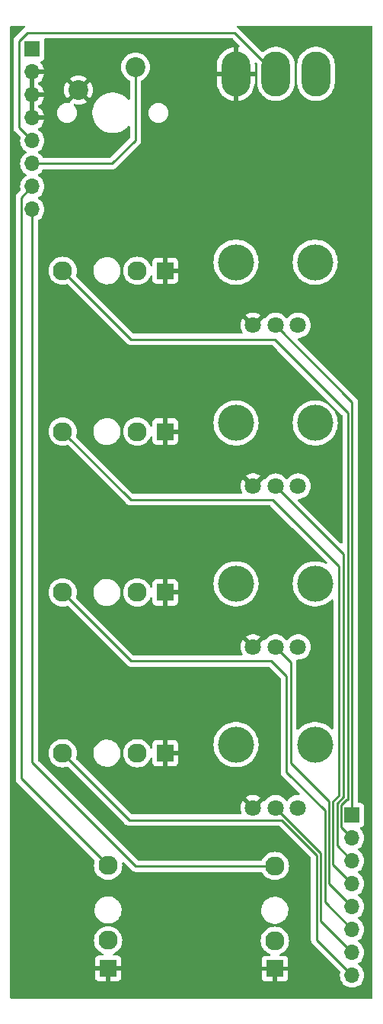
<source format=gbr>
%TF.GenerationSoftware,KiCad,Pcbnew,8.0.5*%
%TF.CreationDate,2024-10-13T12:49:13-04:00*%
%TF.ProjectId,2024.10.10 Bing Bong Drum Module CONTROL,32303234-2e31-4302-9e31-302042696e67,rev?*%
%TF.SameCoordinates,Original*%
%TF.FileFunction,Copper,L1,Top*%
%TF.FilePolarity,Positive*%
%FSLAX46Y46*%
G04 Gerber Fmt 4.6, Leading zero omitted, Abs format (unit mm)*
G04 Created by KiCad (PCBNEW 8.0.5) date 2024-10-13 12:49:13*
%MOMM*%
%LPD*%
G01*
G04 APERTURE LIST*
%TA.AperFunction,ComponentPad*%
%ADD10R,1.830000X1.930000*%
%TD*%
%TA.AperFunction,ComponentPad*%
%ADD11C,2.130000*%
%TD*%
%TA.AperFunction,ComponentPad*%
%ADD12R,1.930000X1.830000*%
%TD*%
%TA.AperFunction,WasherPad*%
%ADD13C,4.000000*%
%TD*%
%TA.AperFunction,ComponentPad*%
%ADD14C,1.800000*%
%TD*%
%TA.AperFunction,ComponentPad*%
%ADD15O,3.200000X5.000000*%
%TD*%
%TA.AperFunction,ComponentPad*%
%ADD16R,1.700000X1.700000*%
%TD*%
%TA.AperFunction,ComponentPad*%
%ADD17O,1.700000X1.700000*%
%TD*%
%TA.AperFunction,ComponentPad*%
%ADD18C,2.200000*%
%TD*%
%TA.AperFunction,Conductor*%
%ADD19C,0.254000*%
%TD*%
%TA.AperFunction,Conductor*%
%ADD20C,0.250000*%
%TD*%
G04 APERTURE END LIST*
D10*
%TO.P,J5,S*%
%TO.N,GND*%
X138176000Y-126426000D03*
D11*
%TO.P,J5,T*%
%TO.N,CV_4*%
X126776000Y-126426000D03*
%TO.P,J5,TN*%
%TO.N,unconnected-(J5-PadTN)*%
X135076000Y-126426000D03*
%TD*%
D12*
%TO.P,J6,S*%
%TO.N,GND*%
X131826000Y-150306000D03*
D11*
%TO.P,J6,T*%
%TO.N,TRIG_IN*%
X131826000Y-138906000D03*
%TO.P,J6,TN*%
%TO.N,unconnected-(J6-PadTN)*%
X131826000Y-147206000D03*
%TD*%
D10*
%TO.P,J2,S*%
%TO.N,GND*%
X138176000Y-72898000D03*
D11*
%TO.P,J2,T*%
%TO.N,CV_1*%
X126776000Y-72898000D03*
%TO.P,J2,TN*%
%TO.N,unconnected-(J2-PadTN)*%
X135076000Y-72898000D03*
%TD*%
D10*
%TO.P,J4,S*%
%TO.N,GND*%
X138176000Y-108583332D03*
D11*
%TO.P,J4,T*%
%TO.N,CV_3*%
X126776000Y-108583332D03*
%TO.P,J4,TN*%
%TO.N,unconnected-(J4-PadTN)*%
X135076000Y-108583332D03*
%TD*%
D13*
%TO.P,RV7,*%
%TO.N,*%
X146050000Y-125476000D03*
X154850000Y-125476000D03*
D14*
%TO.P,RV7,1,1*%
%TO.N,+3.3V*%
X152950000Y-132476000D03*
%TO.P,RV7,2,2*%
%TO.N,POT_4*%
X150450000Y-132476000D03*
%TO.P,RV7,3,3*%
%TO.N,GND*%
X147950000Y-132476000D03*
%TD*%
D15*
%TO.P,SW2,1,A*%
%TO.N,+3.3V*%
X154940000Y-51054000D03*
%TO.P,SW2,2,B*%
%TO.N,D9*%
X150490000Y-51054000D03*
%TO.P,SW2,3,C*%
%TO.N,GND*%
X146040000Y-51054000D03*
%TD*%
D13*
%TO.P,RV1,*%
%TO.N,*%
X146050000Y-71948000D03*
X154850000Y-71948000D03*
D14*
%TO.P,RV1,1,1*%
%TO.N,+3.3V*%
X152950000Y-78948000D03*
%TO.P,RV1,2,2*%
%TO.N,POT_1*%
X150450000Y-78948000D03*
%TO.P,RV1,3,3*%
%TO.N,GND*%
X147950000Y-78948000D03*
%TD*%
D13*
%TO.P,RV5,*%
%TO.N,*%
X146050000Y-89790666D03*
X154850000Y-89790666D03*
D14*
%TO.P,RV5,1,1*%
%TO.N,+3.3V*%
X152950000Y-96790666D03*
%TO.P,RV5,2,2*%
%TO.N,POT_2*%
X150450000Y-96790666D03*
%TO.P,RV5,3,3*%
%TO.N,GND*%
X147950000Y-96790666D03*
%TD*%
D12*
%TO.P,J1,S*%
%TO.N,GND*%
X150368000Y-150338000D03*
D11*
%TO.P,J1,T*%
%TO.N,AUDIO_OUT*%
X150368000Y-138938000D03*
%TO.P,J1,TN*%
%TO.N,unconnected-(J1-PadTN)*%
X150368000Y-147238000D03*
%TD*%
D16*
%TO.P,J8,1,Pin_1*%
%TO.N,+3.3V*%
X123393200Y-48311200D03*
D17*
%TO.P,J8,2,Pin_2*%
%TO.N,GND*%
X123393200Y-50851200D03*
%TO.P,J8,3,Pin_3*%
X123393200Y-53391200D03*
%TO.P,J8,4,Pin_4*%
X123393200Y-55931200D03*
%TO.P,J8,5,Pin_5*%
%TO.N,D9*%
X123393200Y-58471200D03*
%TO.P,J8,6,Pin_6*%
%TO.N,D7*%
X123393200Y-61011200D03*
%TO.P,J8,7,Pin_7*%
%TO.N,TRIG_IN*%
X123393200Y-63551200D03*
%TO.P,J8,8,Pin_8*%
%TO.N,AUDIO_OUT*%
X123393200Y-66091200D03*
%TD*%
D16*
%TO.P,J9,1,Pin_1*%
%TO.N,POT_1*%
X158953200Y-133299600D03*
D17*
%TO.P,J9,2,Pin_2*%
%TO.N,CV_1*%
X158953200Y-135839600D03*
%TO.P,J9,3,Pin_3*%
%TO.N,POT_2*%
X158953200Y-138379600D03*
%TO.P,J9,4,Pin_4*%
%TO.N,CV_2*%
X158953200Y-140919600D03*
%TO.P,J9,5,Pin_5*%
%TO.N,POT_3*%
X158953200Y-143459600D03*
%TO.P,J9,6,Pin_6*%
%TO.N,CV_3*%
X158953200Y-145999600D03*
%TO.P,J9,7,Pin_7*%
%TO.N,POT_4*%
X158953200Y-148539600D03*
%TO.P,J9,8,Pin_8*%
%TO.N,CV_4*%
X158953200Y-151079600D03*
%TD*%
D18*
%TO.P,SW1,1,1*%
%TO.N,D7*%
X134874000Y-50292000D03*
%TO.P,SW1,2,2*%
%TO.N,GND*%
X128524000Y-52832000D03*
%TD*%
D10*
%TO.P,J3,S*%
%TO.N,GND*%
X138176000Y-90740666D03*
D11*
%TO.P,J3,T*%
%TO.N,CV_2*%
X126776000Y-90740666D03*
%TO.P,J3,TN*%
%TO.N,unconnected-(J3-PadTN)*%
X135076000Y-90740666D03*
%TD*%
D13*
%TO.P,RV6,*%
%TO.N,*%
X146050000Y-107633332D03*
X154850000Y-107633332D03*
D14*
%TO.P,RV6,1,1*%
%TO.N,+3.3V*%
X152950000Y-114633332D03*
%TO.P,RV6,2,2*%
%TO.N,POT_3*%
X150450000Y-114633332D03*
%TO.P,RV6,3,3*%
%TO.N,GND*%
X147950000Y-114633332D03*
%TD*%
D19*
%TO.N,AUDIO_OUT*%
X123393200Y-127457200D02*
X134904000Y-138968000D01*
X134904000Y-138968000D02*
X150368000Y-138968000D01*
X123393200Y-66091200D02*
X123393200Y-127457200D01*
%TO.N,CV_1*%
X151130000Y-81280000D02*
X158499200Y-88649200D01*
X157734000Y-134620400D02*
X158953200Y-135839600D01*
X157734000Y-132164800D02*
X157734000Y-134620400D01*
D20*
X134396000Y-80518000D02*
X150368000Y-80518000D01*
D19*
X158499200Y-88649200D02*
X158499200Y-131572000D01*
X158326800Y-131572000D02*
X157734000Y-132164800D01*
D20*
X126776000Y-72898000D02*
X134396000Y-80518000D01*
X150368000Y-80518000D02*
X151130000Y-81280000D01*
D19*
X158499200Y-131572000D02*
X158326800Y-131572000D01*
%TO.N,CV_2*%
X156826000Y-138792400D02*
X158953200Y-140919600D01*
D20*
X134333334Y-98298000D02*
X150114000Y-98298000D01*
X126776000Y-90740666D02*
X134333334Y-98298000D01*
D19*
X152844500Y-101028500D02*
X157480000Y-105664000D01*
X157480000Y-131134694D02*
X156826000Y-131788696D01*
X156826000Y-131788696D02*
X156826000Y-138792400D01*
X157480000Y-105664000D02*
X157480000Y-131134694D01*
D20*
X150114000Y-98298000D02*
X152844500Y-101028500D01*
%TO.N,CV_3*%
X149987000Y-116205000D02*
X150368000Y-116586000D01*
D19*
X151638000Y-117856000D02*
X151638000Y-128524000D01*
X155918000Y-142964400D02*
X158953200Y-145999600D01*
D20*
X126776000Y-108583332D02*
X134397668Y-116205000D01*
X134397668Y-116205000D02*
X149987000Y-116205000D01*
D19*
X151638000Y-128524000D02*
X155918000Y-132804000D01*
X150368000Y-116586000D02*
X151638000Y-117856000D01*
X155918000Y-132804000D02*
X155918000Y-142964400D01*
D20*
%TO.N,CV_4*%
X134208000Y-133858000D02*
X134493000Y-133858000D01*
X126776000Y-126426000D02*
X134208000Y-133858000D01*
D19*
X151130000Y-133858000D02*
X155010000Y-137738000D01*
X155010000Y-147136400D02*
X158953200Y-151079600D01*
X134493000Y-133858000D02*
X151130000Y-133858000D01*
X155010000Y-137738000D02*
X155010000Y-147136400D01*
%TO.N,TRIG_IN*%
X122174000Y-64770400D02*
X122174000Y-129254000D01*
X122174000Y-129254000D02*
X131826000Y-138906000D01*
X123393200Y-63551200D02*
X122174000Y-64770400D01*
%TO.N,D9*%
X121920000Y-56998000D02*
X121920000Y-47430400D01*
X145918000Y-46482000D02*
X150490000Y-51054000D01*
X121920000Y-47430400D02*
X122868400Y-46482000D01*
X122868400Y-46482000D02*
X145918000Y-46482000D01*
X123393200Y-58471200D02*
X121920000Y-56998000D01*
%TO.N,D7*%
X134874000Y-58420000D02*
X134874000Y-50292000D01*
X132282800Y-61011200D02*
X134874000Y-58420000D01*
X123393200Y-61011200D02*
X132282800Y-61011200D01*
%TO.N,POT_1*%
X158953200Y-87452200D02*
X158953200Y-133299600D01*
X150450000Y-78949000D02*
X158953200Y-87452200D01*
X150450000Y-78948000D02*
X150450000Y-78949000D01*
D20*
%TO.N,POT_2*%
X150450000Y-96790666D02*
X157988000Y-104328666D01*
D19*
X157280000Y-136706400D02*
X158953200Y-138379600D01*
D20*
X157988000Y-104328666D02*
X157988000Y-105664000D01*
D19*
X157988000Y-131268747D02*
X157280000Y-131976748D01*
X157280000Y-131976748D02*
X157280000Y-136706400D01*
X157988000Y-105664000D02*
X157988000Y-131268747D01*
%TO.N,POT_3*%
X156372000Y-140878400D02*
X158953200Y-143459600D01*
X156372000Y-131734000D02*
X156372000Y-140878400D01*
D20*
X150450000Y-114633332D02*
X152146000Y-116329332D01*
X152146000Y-116329332D02*
X152146000Y-117348000D01*
D19*
X152146000Y-117348000D02*
X152146000Y-127508000D01*
X152146000Y-127508000D02*
X156372000Y-131734000D01*
%TO.N,POT_4*%
X150450000Y-132476000D02*
X155464000Y-137490000D01*
X155464000Y-137490000D02*
X155464000Y-145050400D01*
X155464000Y-145050400D02*
X158953200Y-148539600D01*
%TD*%
%TA.AperFunction,Conductor*%
%TO.N,GND*%
G36*
X122575185Y-45714685D02*
G01*
X122620940Y-45767489D01*
X122630884Y-45836647D01*
X122601859Y-45900203D01*
X122575416Y-45921311D01*
X122576232Y-45922532D01*
X122468392Y-45994588D01*
X122468388Y-45994591D01*
X121519992Y-46942989D01*
X121476289Y-46986692D01*
X121432586Y-47030394D01*
X121432585Y-47030396D01*
X121363233Y-47134189D01*
X121361586Y-47138793D01*
X121316614Y-47247364D01*
X121316614Y-47247365D01*
X121295460Y-47353717D01*
X121295460Y-47353719D01*
X121292500Y-47368597D01*
X121292500Y-57059807D01*
X121316612Y-57181028D01*
X121316613Y-57181032D01*
X121316614Y-57181035D01*
X121344037Y-57247238D01*
X121363917Y-57295233D01*
X121430407Y-57394743D01*
X121432587Y-57398005D01*
X121432596Y-57398016D01*
X122052364Y-58017783D01*
X122085849Y-58079106D01*
X122084458Y-58137556D01*
X122058139Y-58235783D01*
X122058136Y-58235796D01*
X122037541Y-58471199D01*
X122037541Y-58471200D01*
X122058136Y-58706603D01*
X122058138Y-58706613D01*
X122119294Y-58934855D01*
X122119296Y-58934859D01*
X122119297Y-58934863D01*
X122219165Y-59149030D01*
X122219167Y-59149034D01*
X122354701Y-59342595D01*
X122354706Y-59342602D01*
X122521797Y-59509693D01*
X122521803Y-59509698D01*
X122707358Y-59639625D01*
X122750983Y-59694202D01*
X122758177Y-59763700D01*
X122726654Y-59826055D01*
X122707358Y-59842775D01*
X122521797Y-59972705D01*
X122354705Y-60139797D01*
X122219165Y-60333369D01*
X122219164Y-60333371D01*
X122119298Y-60547535D01*
X122119294Y-60547544D01*
X122058138Y-60775786D01*
X122058136Y-60775796D01*
X122037541Y-61011199D01*
X122037541Y-61011200D01*
X122058136Y-61246603D01*
X122058138Y-61246613D01*
X122119294Y-61474855D01*
X122119296Y-61474859D01*
X122119297Y-61474863D01*
X122162394Y-61567284D01*
X122219165Y-61689030D01*
X122219167Y-61689034D01*
X122354701Y-61882595D01*
X122354706Y-61882602D01*
X122521797Y-62049693D01*
X122521803Y-62049698D01*
X122707358Y-62179625D01*
X122750983Y-62234202D01*
X122758177Y-62303700D01*
X122726654Y-62366055D01*
X122707358Y-62382775D01*
X122521797Y-62512705D01*
X122354705Y-62679797D01*
X122219165Y-62873369D01*
X122219164Y-62873371D01*
X122119298Y-63087535D01*
X122119294Y-63087544D01*
X122058138Y-63315786D01*
X122058136Y-63315796D01*
X122037541Y-63551199D01*
X122037541Y-63551200D01*
X122058136Y-63786603D01*
X122058138Y-63786613D01*
X122084458Y-63884841D01*
X122082795Y-63954691D01*
X122052364Y-64004615D01*
X121773992Y-64282989D01*
X121730289Y-64326692D01*
X121686586Y-64370394D01*
X121686585Y-64370396D01*
X121617233Y-64474189D01*
X121615586Y-64478793D01*
X121570614Y-64587364D01*
X121570612Y-64587372D01*
X121546500Y-64708592D01*
X121546500Y-129315807D01*
X121570612Y-129437027D01*
X121570614Y-129437035D01*
X121604062Y-129517785D01*
X121617915Y-129551229D01*
X121617920Y-129551239D01*
X121686588Y-129654007D01*
X121686591Y-129654011D01*
X130309312Y-138276731D01*
X130342797Y-138338054D01*
X130337813Y-138407746D01*
X130336192Y-138411864D01*
X130332517Y-138420734D01*
X130332517Y-138420736D01*
X130274993Y-138660341D01*
X130255659Y-138906000D01*
X130274993Y-139151658D01*
X130332517Y-139391264D01*
X130426815Y-139618920D01*
X130555563Y-139829018D01*
X130555564Y-139829020D01*
X130600046Y-139881101D01*
X130715601Y-140016399D01*
X130860648Y-140140280D01*
X130902979Y-140176435D01*
X130902981Y-140176436D01*
X131113079Y-140305184D01*
X131340735Y-140399482D01*
X131340736Y-140399482D01*
X131340738Y-140399483D01*
X131580345Y-140457007D01*
X131826000Y-140476341D01*
X132071655Y-140457007D01*
X132311262Y-140399483D01*
X132538920Y-140305184D01*
X132749023Y-140176433D01*
X132936399Y-140016399D01*
X133096433Y-139829023D01*
X133225184Y-139618920D01*
X133319483Y-139391262D01*
X133377007Y-139151655D01*
X133396341Y-138906000D01*
X133377007Y-138660345D01*
X133374784Y-138651086D01*
X133378272Y-138581308D01*
X133418933Y-138524488D01*
X133483859Y-138498672D01*
X133552435Y-138512056D01*
X133583038Y-138534457D01*
X134416589Y-139368008D01*
X134466674Y-139418093D01*
X134503994Y-139455413D01*
X134503996Y-139455414D01*
X134584769Y-139509385D01*
X134584770Y-139509385D01*
X134606767Y-139524083D01*
X134606769Y-139524083D01*
X134606773Y-139524086D01*
X134678112Y-139553635D01*
X134720965Y-139571385D01*
X134720969Y-139571385D01*
X134720970Y-139571386D01*
X134842193Y-139595500D01*
X134842196Y-139595500D01*
X134842197Y-139595500D01*
X148865411Y-139595500D01*
X148932450Y-139615185D01*
X148971138Y-139654710D01*
X149097563Y-139861018D01*
X149097564Y-139861020D01*
X149114719Y-139881106D01*
X149257601Y-140048399D01*
X149379700Y-140152681D01*
X149444979Y-140208435D01*
X149444981Y-140208436D01*
X149655079Y-140337184D01*
X149882735Y-140431482D01*
X149882736Y-140431482D01*
X149882738Y-140431483D01*
X150122345Y-140489007D01*
X150368000Y-140508341D01*
X150613655Y-140489007D01*
X150853262Y-140431483D01*
X151080920Y-140337184D01*
X151291023Y-140208433D01*
X151478399Y-140048399D01*
X151638433Y-139861023D01*
X151767184Y-139650920D01*
X151861483Y-139423262D01*
X151919007Y-139183655D01*
X151938341Y-138938000D01*
X151919007Y-138692345D01*
X151861483Y-138452738D01*
X151848228Y-138420738D01*
X151767184Y-138225079D01*
X151638436Y-138014981D01*
X151638435Y-138014979D01*
X151553843Y-137915935D01*
X151478399Y-137827601D01*
X151331071Y-137701771D01*
X151291020Y-137667564D01*
X151291018Y-137667563D01*
X151080920Y-137538815D01*
X150853264Y-137444517D01*
X150613658Y-137386993D01*
X150368000Y-137367659D01*
X150122341Y-137386993D01*
X149882735Y-137444517D01*
X149655079Y-137538815D01*
X149444981Y-137667563D01*
X149444979Y-137667564D01*
X149257601Y-137827601D01*
X149097564Y-138014979D01*
X149097563Y-138014981D01*
X148968815Y-138225079D01*
X148952714Y-138263953D01*
X148908873Y-138318356D01*
X148842579Y-138340421D01*
X148838153Y-138340500D01*
X135215281Y-138340500D01*
X135148242Y-138320815D01*
X135127600Y-138304181D01*
X124057019Y-127233600D01*
X124023534Y-127172277D01*
X124020700Y-127145919D01*
X124020700Y-72898000D01*
X125205659Y-72898000D01*
X125224993Y-73143658D01*
X125282517Y-73383264D01*
X125376815Y-73610920D01*
X125505563Y-73821018D01*
X125505564Y-73821020D01*
X125505567Y-73821023D01*
X125665601Y-74008399D01*
X125810648Y-74132280D01*
X125852979Y-74168435D01*
X125852981Y-74168436D01*
X126063079Y-74297184D01*
X126290735Y-74391482D01*
X126290736Y-74391482D01*
X126290738Y-74391483D01*
X126530345Y-74449007D01*
X126776000Y-74468341D01*
X127021655Y-74449007D01*
X127261262Y-74391483D01*
X127272132Y-74386980D01*
X127341595Y-74379508D01*
X127404076Y-74410778D01*
X127407267Y-74413857D01*
X133910141Y-80916732D01*
X133910142Y-80916733D01*
X133997267Y-81003858D01*
X133997268Y-81003859D01*
X134099707Y-81072307D01*
X134099713Y-81072310D01*
X134099714Y-81072311D01*
X134213548Y-81119463D01*
X134273971Y-81131481D01*
X134334393Y-81143500D01*
X134334394Y-81143500D01*
X150057548Y-81143500D01*
X150124587Y-81163185D01*
X150145229Y-81179819D01*
X150628256Y-81662846D01*
X150638582Y-81675427D01*
X150638731Y-81675306D01*
X150642594Y-81680014D01*
X157835381Y-88872800D01*
X157868866Y-88934123D01*
X157871700Y-88960481D01*
X157871700Y-103028414D01*
X157852015Y-103095453D01*
X157799211Y-103141208D01*
X157730053Y-103151152D01*
X157666497Y-103122127D01*
X157660019Y-103116095D01*
X152946771Y-98402847D01*
X152913286Y-98341524D01*
X152918270Y-98271832D01*
X152960142Y-98215899D01*
X153025606Y-98191482D01*
X153034452Y-98191166D01*
X153066048Y-98191166D01*
X153066049Y-98191166D01*
X153294981Y-98152964D01*
X153514503Y-98077602D01*
X153718626Y-97967136D01*
X153901784Y-97824579D01*
X154058979Y-97653819D01*
X154185924Y-97459515D01*
X154279157Y-97246966D01*
X154336134Y-97021971D01*
X154336135Y-97021963D01*
X154355300Y-96790672D01*
X154355300Y-96790659D01*
X154336135Y-96559368D01*
X154336133Y-96559357D01*
X154279157Y-96334365D01*
X154185924Y-96121817D01*
X154058983Y-95927518D01*
X154058980Y-95927515D01*
X154058979Y-95927513D01*
X153901784Y-95756753D01*
X153901779Y-95756749D01*
X153901777Y-95756747D01*
X153718634Y-95614201D01*
X153718628Y-95614197D01*
X153514504Y-95503730D01*
X153514495Y-95503727D01*
X153294984Y-95428368D01*
X153123282Y-95399716D01*
X153066049Y-95390166D01*
X152833951Y-95390166D01*
X152788164Y-95397806D01*
X152605015Y-95428368D01*
X152385504Y-95503727D01*
X152385495Y-95503730D01*
X152181371Y-95614197D01*
X152181365Y-95614201D01*
X151998222Y-95756747D01*
X151998219Y-95756750D01*
X151841015Y-95927520D01*
X151803808Y-95984470D01*
X151750662Y-96029827D01*
X151681430Y-96039250D01*
X151618095Y-96009748D01*
X151596192Y-95984470D01*
X151558984Y-95927520D01*
X151558982Y-95927518D01*
X151558979Y-95927513D01*
X151401784Y-95756753D01*
X151401779Y-95756749D01*
X151401777Y-95756747D01*
X151218634Y-95614201D01*
X151218628Y-95614197D01*
X151014504Y-95503730D01*
X151014495Y-95503727D01*
X150794984Y-95428368D01*
X150623282Y-95399716D01*
X150566049Y-95390166D01*
X150333951Y-95390166D01*
X150288164Y-95397806D01*
X150105015Y-95428368D01*
X149885504Y-95503727D01*
X149885495Y-95503730D01*
X149681371Y-95614197D01*
X149681365Y-95614201D01*
X149498222Y-95756747D01*
X149498219Y-95756750D01*
X149341018Y-95927516D01*
X149303510Y-95984928D01*
X149250363Y-96030284D01*
X149181132Y-96039708D01*
X149117796Y-96010206D01*
X149103084Y-95993228D01*
X149101186Y-95993031D01*
X148432962Y-96661255D01*
X148415925Y-96597673D01*
X148350099Y-96483659D01*
X148257007Y-96390567D01*
X148142993Y-96324741D01*
X148079409Y-96307703D01*
X148748797Y-95638313D01*
X148748797Y-95638311D01*
X148718360Y-95614621D01*
X148718354Y-95614617D01*
X148514302Y-95504189D01*
X148514293Y-95504186D01*
X148294860Y-95428854D01*
X148066007Y-95390666D01*
X147833993Y-95390666D01*
X147605139Y-95428854D01*
X147385706Y-95504186D01*
X147385697Y-95504189D01*
X147181650Y-95614615D01*
X147151200Y-95638313D01*
X147820591Y-96307703D01*
X147757007Y-96324741D01*
X147642993Y-96390567D01*
X147549901Y-96483659D01*
X147484075Y-96597673D01*
X147467037Y-96661257D01*
X146798811Y-95993031D01*
X146714516Y-96122056D01*
X146621317Y-96334530D01*
X146564361Y-96559447D01*
X146545202Y-96790660D01*
X146545202Y-96790671D01*
X146564361Y-97021884D01*
X146621317Y-97246801D01*
X146714516Y-97459275D01*
X146728500Y-97480679D01*
X146748687Y-97547568D01*
X146729507Y-97614754D01*
X146677049Y-97660904D01*
X146624691Y-97672500D01*
X134643786Y-97672500D01*
X134576747Y-97652815D01*
X134556105Y-97636181D01*
X128291858Y-91371934D01*
X128258373Y-91310611D01*
X128263357Y-91240919D01*
X128264944Y-91236885D01*
X128269483Y-91225928D01*
X128327007Y-90986321D01*
X128340967Y-90808948D01*
X130192408Y-90808948D01*
X130223750Y-91053603D01*
X130294627Y-91289850D01*
X130294628Y-91289852D01*
X130294630Y-91289857D01*
X130327845Y-91357657D01*
X130403144Y-91511363D01*
X130546374Y-91712165D01*
X130546380Y-91712172D01*
X130720487Y-91886888D01*
X130720492Y-91886892D01*
X130920791Y-92030822D01*
X130920797Y-92030825D01*
X131141918Y-92140110D01*
X131141919Y-92140110D01*
X131141921Y-92140111D01*
X131377926Y-92211815D01*
X131622474Y-92244010D01*
X131688914Y-92245633D01*
X131695995Y-92245807D01*
X131695996Y-92245806D01*
X131696000Y-92245807D01*
X131941829Y-92225596D01*
X132181055Y-92165507D01*
X132407256Y-92067152D01*
X132614355Y-91933174D01*
X132796790Y-91767170D01*
X132949664Y-91573598D01*
X133068869Y-91357658D01*
X133075299Y-91339503D01*
X133151203Y-91125157D01*
X133151203Y-91125155D01*
X133151206Y-91125148D01*
X133173912Y-90997675D01*
X133194461Y-90882314D01*
X133194531Y-90876566D01*
X133196192Y-90740666D01*
X133505659Y-90740666D01*
X133524993Y-90986324D01*
X133582517Y-91225930D01*
X133676815Y-91453586D01*
X133805563Y-91663684D01*
X133805564Y-91663686D01*
X133805567Y-91663689D01*
X133965601Y-91851065D01*
X134110648Y-91974946D01*
X134152979Y-92011101D01*
X134152981Y-92011102D01*
X134363079Y-92139850D01*
X134590735Y-92234148D01*
X134590736Y-92234148D01*
X134590738Y-92234149D01*
X134830345Y-92291673D01*
X135076000Y-92311007D01*
X135321655Y-92291673D01*
X135561262Y-92234149D01*
X135788920Y-92139850D01*
X135999023Y-92011099D01*
X136186399Y-91851065D01*
X136346433Y-91663689D01*
X136475184Y-91453586D01*
X136502783Y-91386956D01*
X136522439Y-91339503D01*
X136566280Y-91285100D01*
X136632574Y-91263035D01*
X136700273Y-91280314D01*
X136747884Y-91331451D01*
X136761000Y-91386956D01*
X136761000Y-91753510D01*
X136767401Y-91813038D01*
X136767403Y-91813045D01*
X136817645Y-91947752D01*
X136817649Y-91947759D01*
X136903809Y-92062853D01*
X136903812Y-92062856D01*
X137018906Y-92149016D01*
X137018913Y-92149020D01*
X137153620Y-92199262D01*
X137153627Y-92199264D01*
X137213155Y-92205665D01*
X137213172Y-92205666D01*
X137926000Y-92205666D01*
X137926000Y-91297372D01*
X137998069Y-91327224D01*
X138115920Y-91350666D01*
X138236080Y-91350666D01*
X138353931Y-91327224D01*
X138426000Y-91297372D01*
X138426000Y-92205666D01*
X139138828Y-92205666D01*
X139138844Y-92205665D01*
X139198372Y-92199264D01*
X139198379Y-92199262D01*
X139333086Y-92149020D01*
X139333093Y-92149016D01*
X139448187Y-92062856D01*
X139448190Y-92062853D01*
X139534350Y-91947759D01*
X139534354Y-91947752D01*
X139584596Y-91813045D01*
X139584598Y-91813038D01*
X139590999Y-91753510D01*
X139591000Y-91753493D01*
X139591000Y-90990666D01*
X138732706Y-90990666D01*
X138762558Y-90918597D01*
X138786000Y-90800746D01*
X138786000Y-90680586D01*
X138762558Y-90562735D01*
X138732706Y-90490666D01*
X139591000Y-90490666D01*
X139591000Y-89790660D01*
X143544556Y-89790660D01*
X143544556Y-89790671D01*
X143564310Y-90104670D01*
X143564311Y-90104677D01*
X143593063Y-90255401D01*
X143619093Y-90391856D01*
X143623270Y-90413749D01*
X143720497Y-90712982D01*
X143720499Y-90712987D01*
X143854461Y-90997669D01*
X143854464Y-90997675D01*
X144023051Y-91263327D01*
X144023054Y-91263331D01*
X144223606Y-91505756D01*
X144223608Y-91505758D01*
X144223610Y-91505760D01*
X144391782Y-91663684D01*
X144452968Y-91721142D01*
X144452978Y-91721150D01*
X144707504Y-91906074D01*
X144707509Y-91906076D01*
X144707516Y-91906082D01*
X144983234Y-92057660D01*
X144983239Y-92057662D01*
X144983241Y-92057663D01*
X144983242Y-92057664D01*
X145275771Y-92173484D01*
X145275774Y-92173485D01*
X145580523Y-92251731D01*
X145580527Y-92251732D01*
X145618460Y-92256524D01*
X145892670Y-92291165D01*
X145892679Y-92291165D01*
X145892682Y-92291166D01*
X145892684Y-92291166D01*
X146207316Y-92291166D01*
X146207318Y-92291166D01*
X146207321Y-92291165D01*
X146207329Y-92291165D01*
X146393593Y-92267634D01*
X146519473Y-92251732D01*
X146824225Y-92173485D01*
X146824228Y-92173484D01*
X147116757Y-92057664D01*
X147116758Y-92057663D01*
X147116756Y-92057663D01*
X147116766Y-92057660D01*
X147392484Y-91906082D01*
X147647030Y-91721144D01*
X147876390Y-91505760D01*
X148076947Y-91263329D01*
X148245537Y-90997673D01*
X148379503Y-90712981D01*
X148476731Y-90413745D01*
X148535688Y-90104681D01*
X148535689Y-90104670D01*
X148555444Y-89790671D01*
X148555444Y-89790660D01*
X152344556Y-89790660D01*
X152344556Y-89790671D01*
X152364310Y-90104670D01*
X152364311Y-90104677D01*
X152393063Y-90255401D01*
X152419093Y-90391856D01*
X152423270Y-90413749D01*
X152520497Y-90712982D01*
X152520499Y-90712987D01*
X152654461Y-90997669D01*
X152654464Y-90997675D01*
X152823051Y-91263327D01*
X152823054Y-91263331D01*
X153023606Y-91505756D01*
X153023608Y-91505758D01*
X153023610Y-91505760D01*
X153191782Y-91663684D01*
X153252968Y-91721142D01*
X153252978Y-91721150D01*
X153507504Y-91906074D01*
X153507509Y-91906076D01*
X153507516Y-91906082D01*
X153783234Y-92057660D01*
X153783239Y-92057662D01*
X153783241Y-92057663D01*
X153783242Y-92057664D01*
X154075771Y-92173484D01*
X154075774Y-92173485D01*
X154380523Y-92251731D01*
X154380527Y-92251732D01*
X154418460Y-92256524D01*
X154692670Y-92291165D01*
X154692679Y-92291165D01*
X154692682Y-92291166D01*
X154692684Y-92291166D01*
X155007316Y-92291166D01*
X155007318Y-92291166D01*
X155007321Y-92291165D01*
X155007329Y-92291165D01*
X155193593Y-92267634D01*
X155319473Y-92251732D01*
X155624225Y-92173485D01*
X155624228Y-92173484D01*
X155916757Y-92057664D01*
X155916758Y-92057663D01*
X155916756Y-92057663D01*
X155916766Y-92057660D01*
X156192484Y-91906082D01*
X156447030Y-91721144D01*
X156676390Y-91505760D01*
X156876947Y-91263329D01*
X157045537Y-90997673D01*
X157179503Y-90712981D01*
X157276731Y-90413745D01*
X157335688Y-90104681D01*
X157335689Y-90104670D01*
X157355444Y-89790671D01*
X157355444Y-89790660D01*
X157335689Y-89476661D01*
X157335688Y-89476654D01*
X157335688Y-89476651D01*
X157276731Y-89167587D01*
X157179503Y-88868351D01*
X157045537Y-88583659D01*
X156876947Y-88318003D01*
X156876945Y-88318000D01*
X156676393Y-88075575D01*
X156676391Y-88075573D01*
X156447031Y-87860189D01*
X156447021Y-87860181D01*
X156192495Y-87675257D01*
X156192488Y-87675252D01*
X156192484Y-87675250D01*
X155916766Y-87523672D01*
X155916763Y-87523670D01*
X155916758Y-87523668D01*
X155916757Y-87523667D01*
X155624228Y-87407847D01*
X155624225Y-87407846D01*
X155319476Y-87329600D01*
X155319463Y-87329598D01*
X155007329Y-87290166D01*
X155007318Y-87290166D01*
X154692682Y-87290166D01*
X154692670Y-87290166D01*
X154380536Y-87329598D01*
X154380523Y-87329600D01*
X154075774Y-87407846D01*
X154075771Y-87407847D01*
X153783242Y-87523667D01*
X153783241Y-87523668D01*
X153507516Y-87675250D01*
X153507504Y-87675257D01*
X153252978Y-87860181D01*
X153252968Y-87860189D01*
X153023608Y-88075573D01*
X153023606Y-88075575D01*
X152823054Y-88318000D01*
X152823051Y-88318004D01*
X152654464Y-88583656D01*
X152654461Y-88583662D01*
X152520499Y-88868344D01*
X152520497Y-88868349D01*
X152423270Y-89167582D01*
X152364311Y-89476654D01*
X152364310Y-89476661D01*
X152344556Y-89790660D01*
X148555444Y-89790660D01*
X148535689Y-89476661D01*
X148535688Y-89476654D01*
X148535688Y-89476651D01*
X148476731Y-89167587D01*
X148379503Y-88868351D01*
X148245537Y-88583659D01*
X148076947Y-88318003D01*
X148076945Y-88318000D01*
X147876393Y-88075575D01*
X147876391Y-88075573D01*
X147647031Y-87860189D01*
X147647021Y-87860181D01*
X147392495Y-87675257D01*
X147392488Y-87675252D01*
X147392484Y-87675250D01*
X147116766Y-87523672D01*
X147116763Y-87523670D01*
X147116758Y-87523668D01*
X147116757Y-87523667D01*
X146824228Y-87407847D01*
X146824225Y-87407846D01*
X146519476Y-87329600D01*
X146519463Y-87329598D01*
X146207329Y-87290166D01*
X146207318Y-87290166D01*
X145892682Y-87290166D01*
X145892670Y-87290166D01*
X145580536Y-87329598D01*
X145580523Y-87329600D01*
X145275774Y-87407846D01*
X145275771Y-87407847D01*
X144983242Y-87523667D01*
X144983241Y-87523668D01*
X144707516Y-87675250D01*
X144707504Y-87675257D01*
X144452978Y-87860181D01*
X144452968Y-87860189D01*
X144223608Y-88075573D01*
X144223606Y-88075575D01*
X144023054Y-88318000D01*
X144023051Y-88318004D01*
X143854464Y-88583656D01*
X143854461Y-88583662D01*
X143720499Y-88868344D01*
X143720497Y-88868349D01*
X143623270Y-89167582D01*
X143564311Y-89476654D01*
X143564310Y-89476661D01*
X143544556Y-89790660D01*
X139591000Y-89790660D01*
X139591000Y-89727838D01*
X139590999Y-89727821D01*
X139584598Y-89668293D01*
X139584596Y-89668286D01*
X139534354Y-89533579D01*
X139534350Y-89533572D01*
X139448190Y-89418478D01*
X139448187Y-89418475D01*
X139333093Y-89332315D01*
X139333086Y-89332311D01*
X139198379Y-89282069D01*
X139198372Y-89282067D01*
X139138844Y-89275666D01*
X138426000Y-89275666D01*
X138426000Y-90183959D01*
X138353931Y-90154108D01*
X138236080Y-90130666D01*
X138115920Y-90130666D01*
X137998069Y-90154108D01*
X137926000Y-90183959D01*
X137926000Y-89275666D01*
X137213155Y-89275666D01*
X137153627Y-89282067D01*
X137153620Y-89282069D01*
X137018913Y-89332311D01*
X137018906Y-89332315D01*
X136903812Y-89418475D01*
X136903809Y-89418478D01*
X136817649Y-89533572D01*
X136817645Y-89533579D01*
X136767403Y-89668286D01*
X136767401Y-89668293D01*
X136761000Y-89727821D01*
X136761000Y-90094375D01*
X136741315Y-90161414D01*
X136688511Y-90207169D01*
X136619353Y-90217113D01*
X136555797Y-90188088D01*
X136522439Y-90141828D01*
X136475184Y-90027745D01*
X136346436Y-89817647D01*
X136346435Y-89817645D01*
X136310280Y-89775314D01*
X136186399Y-89630267D01*
X136062516Y-89524461D01*
X135999020Y-89470230D01*
X135999018Y-89470229D01*
X135788920Y-89341481D01*
X135561264Y-89247183D01*
X135321658Y-89189659D01*
X135076000Y-89170325D01*
X134830341Y-89189659D01*
X134590735Y-89247183D01*
X134363079Y-89341481D01*
X134152981Y-89470229D01*
X134152979Y-89470230D01*
X133965601Y-89630267D01*
X133805564Y-89817645D01*
X133805563Y-89817647D01*
X133676815Y-90027745D01*
X133582517Y-90255401D01*
X133524993Y-90495007D01*
X133505659Y-90740666D01*
X133196192Y-90740666D01*
X133197475Y-90635673D01*
X133160165Y-90391853D01*
X133083534Y-90157400D01*
X133056088Y-90104677D01*
X132969643Y-89938617D01*
X132969641Y-89938614D01*
X132969640Y-89938612D01*
X132821542Y-89741363D01*
X132745071Y-89668286D01*
X132643220Y-89570955D01*
X132643207Y-89570945D01*
X132439452Y-89431953D01*
X132439447Y-89431951D01*
X132215731Y-89328105D01*
X132215723Y-89328102D01*
X131978039Y-89262186D01*
X131978038Y-89262185D01*
X131978035Y-89262185D01*
X131918489Y-89255821D01*
X131732774Y-89235973D01*
X131486525Y-89250173D01*
X131486520Y-89250173D01*
X131245907Y-89304397D01*
X131017363Y-89397199D01*
X130807052Y-89526078D01*
X130620619Y-89687573D01*
X130463062Y-89877351D01*
X130463054Y-89877362D01*
X130338614Y-90090316D01*
X130250624Y-90320738D01*
X130201447Y-90562451D01*
X130192408Y-90808948D01*
X128340967Y-90808948D01*
X128346341Y-90740666D01*
X128327007Y-90495011D01*
X128269483Y-90255404D01*
X128269482Y-90255401D01*
X128175184Y-90027745D01*
X128046436Y-89817647D01*
X128046435Y-89817645D01*
X128010280Y-89775314D01*
X127886399Y-89630267D01*
X127762516Y-89524461D01*
X127699020Y-89470230D01*
X127699018Y-89470229D01*
X127488920Y-89341481D01*
X127261264Y-89247183D01*
X127021658Y-89189659D01*
X126776000Y-89170325D01*
X126530341Y-89189659D01*
X126290735Y-89247183D01*
X126063079Y-89341481D01*
X125852981Y-89470229D01*
X125852979Y-89470230D01*
X125665601Y-89630267D01*
X125505564Y-89817645D01*
X125505563Y-89817647D01*
X125376815Y-90027745D01*
X125282517Y-90255401D01*
X125224993Y-90495007D01*
X125205659Y-90740666D01*
X125224993Y-90986324D01*
X125282517Y-91225930D01*
X125376815Y-91453586D01*
X125505563Y-91663684D01*
X125505564Y-91663686D01*
X125505567Y-91663689D01*
X125665601Y-91851065D01*
X125810648Y-91974946D01*
X125852979Y-92011101D01*
X125852981Y-92011102D01*
X126063079Y-92139850D01*
X126290735Y-92234148D01*
X126290736Y-92234148D01*
X126290738Y-92234149D01*
X126530345Y-92291673D01*
X126776000Y-92311007D01*
X127021655Y-92291673D01*
X127261262Y-92234149D01*
X127272132Y-92229646D01*
X127341595Y-92222174D01*
X127404076Y-92253444D01*
X127407268Y-92256524D01*
X133844350Y-98693606D01*
X133844379Y-98693637D01*
X133934597Y-98783855D01*
X133934601Y-98783858D01*
X134037041Y-98852307D01*
X134037047Y-98852310D01*
X134037048Y-98852311D01*
X134150882Y-98899463D01*
X134211305Y-98911481D01*
X134271727Y-98923500D01*
X134271728Y-98923500D01*
X149803548Y-98923500D01*
X149870587Y-98943185D01*
X149891229Y-98959819D01*
X152342756Y-101411346D01*
X152353082Y-101423927D01*
X152353231Y-101423806D01*
X152357094Y-101428514D01*
X156140568Y-105211987D01*
X156174053Y-105273310D01*
X156169069Y-105343002D01*
X156127197Y-105398935D01*
X156061733Y-105423352D01*
X155993460Y-105408500D01*
X155993150Y-105408330D01*
X155916765Y-105366337D01*
X155916757Y-105366333D01*
X155624228Y-105250513D01*
X155624225Y-105250512D01*
X155319476Y-105172266D01*
X155319463Y-105172264D01*
X155007329Y-105132832D01*
X155007318Y-105132832D01*
X154692682Y-105132832D01*
X154692670Y-105132832D01*
X154380536Y-105172264D01*
X154380523Y-105172266D01*
X154075774Y-105250512D01*
X154075771Y-105250513D01*
X153783242Y-105366333D01*
X153783241Y-105366334D01*
X153507516Y-105517916D01*
X153507504Y-105517923D01*
X153252978Y-105702847D01*
X153252968Y-105702855D01*
X153023608Y-105918239D01*
X153023606Y-105918241D01*
X152823054Y-106160666D01*
X152823051Y-106160670D01*
X152654464Y-106426322D01*
X152654461Y-106426328D01*
X152520499Y-106711010D01*
X152520497Y-106711015D01*
X152423270Y-107010248D01*
X152364311Y-107319320D01*
X152364310Y-107319327D01*
X152344556Y-107633326D01*
X152344556Y-107633337D01*
X152364310Y-107947336D01*
X152364311Y-107947343D01*
X152393063Y-108098067D01*
X152419093Y-108234522D01*
X152423270Y-108256415D01*
X152520497Y-108555648D01*
X152520499Y-108555653D01*
X152654461Y-108840335D01*
X152654464Y-108840341D01*
X152823051Y-109105993D01*
X152823054Y-109105997D01*
X153023606Y-109348422D01*
X153023608Y-109348424D01*
X153023610Y-109348426D01*
X153191782Y-109506350D01*
X153252968Y-109563808D01*
X153252978Y-109563816D01*
X153507504Y-109748740D01*
X153507509Y-109748742D01*
X153507516Y-109748748D01*
X153783234Y-109900326D01*
X153783239Y-109900328D01*
X153783241Y-109900329D01*
X153783242Y-109900330D01*
X154075771Y-110016150D01*
X154075774Y-110016151D01*
X154380523Y-110094397D01*
X154380527Y-110094398D01*
X154418460Y-110099190D01*
X154692670Y-110133831D01*
X154692679Y-110133831D01*
X154692682Y-110133832D01*
X154692684Y-110133832D01*
X155007316Y-110133832D01*
X155007318Y-110133832D01*
X155007321Y-110133831D01*
X155007329Y-110133831D01*
X155193593Y-110110300D01*
X155319473Y-110094398D01*
X155624225Y-110016151D01*
X155624228Y-110016150D01*
X155916757Y-109900330D01*
X155916758Y-109900329D01*
X155916756Y-109900329D01*
X155916766Y-109900326D01*
X156192484Y-109748748D01*
X156447030Y-109563810D01*
X156643618Y-109379200D01*
X156705960Y-109347660D01*
X156775461Y-109354831D01*
X156830052Y-109398438D01*
X156852401Y-109464637D01*
X156852500Y-109469594D01*
X156852500Y-123639736D01*
X156832815Y-123706775D01*
X156780011Y-123752530D01*
X156710853Y-123762474D01*
X156647297Y-123733449D01*
X156643616Y-123730128D01*
X156447031Y-123545523D01*
X156447021Y-123545515D01*
X156192495Y-123360591D01*
X156192488Y-123360586D01*
X156192484Y-123360584D01*
X155916766Y-123209006D01*
X155916763Y-123209004D01*
X155916758Y-123209002D01*
X155916757Y-123209001D01*
X155624228Y-123093181D01*
X155624225Y-123093180D01*
X155319476Y-123014934D01*
X155319463Y-123014932D01*
X155007329Y-122975500D01*
X155007318Y-122975500D01*
X154692682Y-122975500D01*
X154692670Y-122975500D01*
X154380536Y-123014932D01*
X154380523Y-123014934D01*
X154075774Y-123093180D01*
X154075771Y-123093181D01*
X153783242Y-123209001D01*
X153783241Y-123209002D01*
X153507516Y-123360584D01*
X153507504Y-123360591D01*
X153252978Y-123545515D01*
X153252968Y-123545523D01*
X153023608Y-123760907D01*
X153023606Y-123760909D01*
X152993043Y-123797854D01*
X152935143Y-123836961D01*
X152865292Y-123838557D01*
X152805666Y-123802135D01*
X152775197Y-123739259D01*
X152773500Y-123718813D01*
X152773500Y-117286196D01*
X152772903Y-117280134D01*
X152773094Y-117280115D01*
X152771500Y-117263928D01*
X152771500Y-116267725D01*
X152771499Y-116267723D01*
X152771275Y-116266595D01*
X152771268Y-116266562D01*
X152754453Y-116182022D01*
X152760682Y-116112430D01*
X152803545Y-116057253D01*
X152869435Y-116034010D01*
X152876071Y-116033832D01*
X153066048Y-116033832D01*
X153066049Y-116033832D01*
X153294981Y-115995630D01*
X153514503Y-115920268D01*
X153718626Y-115809802D01*
X153901784Y-115667245D01*
X154058979Y-115496485D01*
X154185924Y-115302181D01*
X154279157Y-115089632D01*
X154336134Y-114864637D01*
X154336135Y-114864629D01*
X154355300Y-114633338D01*
X154355300Y-114633325D01*
X154336135Y-114402034D01*
X154336133Y-114402023D01*
X154279157Y-114177031D01*
X154185924Y-113964483D01*
X154058983Y-113770184D01*
X154058980Y-113770181D01*
X154058979Y-113770179D01*
X153901784Y-113599419D01*
X153901779Y-113599415D01*
X153901777Y-113599413D01*
X153718634Y-113456867D01*
X153718628Y-113456863D01*
X153514504Y-113346396D01*
X153514495Y-113346393D01*
X153294984Y-113271034D01*
X153123282Y-113242382D01*
X153066049Y-113232832D01*
X152833951Y-113232832D01*
X152788164Y-113240472D01*
X152605015Y-113271034D01*
X152385504Y-113346393D01*
X152385495Y-113346396D01*
X152181371Y-113456863D01*
X152181365Y-113456867D01*
X151998222Y-113599413D01*
X151998219Y-113599416D01*
X151841015Y-113770186D01*
X151803808Y-113827136D01*
X151750662Y-113872493D01*
X151681430Y-113881916D01*
X151618095Y-113852414D01*
X151596192Y-113827136D01*
X151558984Y-113770186D01*
X151558982Y-113770184D01*
X151558979Y-113770179D01*
X151401784Y-113599419D01*
X151401779Y-113599415D01*
X151401777Y-113599413D01*
X151218634Y-113456867D01*
X151218628Y-113456863D01*
X151014504Y-113346396D01*
X151014495Y-113346393D01*
X150794984Y-113271034D01*
X150623282Y-113242382D01*
X150566049Y-113232832D01*
X150333951Y-113232832D01*
X150288164Y-113240472D01*
X150105015Y-113271034D01*
X149885504Y-113346393D01*
X149885495Y-113346396D01*
X149681371Y-113456863D01*
X149681365Y-113456867D01*
X149498222Y-113599413D01*
X149498219Y-113599416D01*
X149341018Y-113770182D01*
X149303510Y-113827594D01*
X149250363Y-113872950D01*
X149181132Y-113882374D01*
X149117796Y-113852872D01*
X149103084Y-113835894D01*
X149101186Y-113835697D01*
X148432962Y-114503921D01*
X148415925Y-114440339D01*
X148350099Y-114326325D01*
X148257007Y-114233233D01*
X148142993Y-114167407D01*
X148079409Y-114150369D01*
X148748797Y-113480979D01*
X148748797Y-113480977D01*
X148718360Y-113457287D01*
X148718354Y-113457283D01*
X148514302Y-113346855D01*
X148514293Y-113346852D01*
X148294860Y-113271520D01*
X148066007Y-113233332D01*
X147833993Y-113233332D01*
X147605139Y-113271520D01*
X147385706Y-113346852D01*
X147385697Y-113346855D01*
X147181650Y-113457281D01*
X147151200Y-113480979D01*
X147820591Y-114150369D01*
X147757007Y-114167407D01*
X147642993Y-114233233D01*
X147549901Y-114326325D01*
X147484075Y-114440339D01*
X147467037Y-114503923D01*
X146798811Y-113835697D01*
X146714516Y-113964722D01*
X146621317Y-114177196D01*
X146564361Y-114402113D01*
X146545202Y-114633326D01*
X146545202Y-114633337D01*
X146564361Y-114864550D01*
X146621317Y-115089467D01*
X146714516Y-115301941D01*
X146770531Y-115387679D01*
X146790719Y-115454569D01*
X146771538Y-115521754D01*
X146719079Y-115567904D01*
X146666722Y-115579500D01*
X134708120Y-115579500D01*
X134641081Y-115559815D01*
X134620439Y-115543181D01*
X128291858Y-109214600D01*
X128258373Y-109153277D01*
X128263357Y-109083585D01*
X128264944Y-109079551D01*
X128269483Y-109068594D01*
X128327007Y-108828987D01*
X128340967Y-108651614D01*
X130192408Y-108651614D01*
X130223750Y-108896269D01*
X130294627Y-109132516D01*
X130294628Y-109132518D01*
X130294630Y-109132523D01*
X130327845Y-109200323D01*
X130403144Y-109354029D01*
X130546374Y-109554831D01*
X130546380Y-109554838D01*
X130720487Y-109729554D01*
X130720492Y-109729558D01*
X130920791Y-109873488D01*
X130920797Y-109873491D01*
X131141918Y-109982776D01*
X131141919Y-109982776D01*
X131141921Y-109982777D01*
X131377926Y-110054481D01*
X131622474Y-110086676D01*
X131688914Y-110088299D01*
X131695995Y-110088473D01*
X131695996Y-110088472D01*
X131696000Y-110088473D01*
X131941829Y-110068262D01*
X132181055Y-110008173D01*
X132407256Y-109909818D01*
X132614355Y-109775840D01*
X132796790Y-109609836D01*
X132949664Y-109416264D01*
X133068869Y-109200324D01*
X133075299Y-109182169D01*
X133151203Y-108967823D01*
X133151203Y-108967821D01*
X133151206Y-108967814D01*
X133173912Y-108840341D01*
X133194461Y-108724980D01*
X133194531Y-108719232D01*
X133196192Y-108583332D01*
X133505659Y-108583332D01*
X133524993Y-108828990D01*
X133582517Y-109068596D01*
X133676815Y-109296252D01*
X133805563Y-109506350D01*
X133805564Y-109506352D01*
X133805567Y-109506355D01*
X133965601Y-109693731D01*
X134110648Y-109817612D01*
X134152979Y-109853767D01*
X134152981Y-109853768D01*
X134363079Y-109982516D01*
X134590735Y-110076814D01*
X134590736Y-110076814D01*
X134590738Y-110076815D01*
X134830345Y-110134339D01*
X135076000Y-110153673D01*
X135321655Y-110134339D01*
X135561262Y-110076815D01*
X135788920Y-109982516D01*
X135999023Y-109853765D01*
X136186399Y-109693731D01*
X136346433Y-109506355D01*
X136475184Y-109296252D01*
X136502783Y-109229622D01*
X136522439Y-109182169D01*
X136566280Y-109127766D01*
X136632574Y-109105701D01*
X136700273Y-109122980D01*
X136747884Y-109174117D01*
X136761000Y-109229622D01*
X136761000Y-109596176D01*
X136767401Y-109655704D01*
X136767403Y-109655711D01*
X136817645Y-109790418D01*
X136817649Y-109790425D01*
X136903809Y-109905519D01*
X136903812Y-109905522D01*
X137018906Y-109991682D01*
X137018913Y-109991686D01*
X137153620Y-110041928D01*
X137153627Y-110041930D01*
X137213155Y-110048331D01*
X137213172Y-110048332D01*
X137926000Y-110048332D01*
X137926000Y-109140038D01*
X137998069Y-109169890D01*
X138115920Y-109193332D01*
X138236080Y-109193332D01*
X138353931Y-109169890D01*
X138426000Y-109140038D01*
X138426000Y-110048332D01*
X139138828Y-110048332D01*
X139138844Y-110048331D01*
X139198372Y-110041930D01*
X139198379Y-110041928D01*
X139333086Y-109991686D01*
X139333093Y-109991682D01*
X139448187Y-109905522D01*
X139448190Y-109905519D01*
X139534350Y-109790425D01*
X139534354Y-109790418D01*
X139584596Y-109655711D01*
X139584598Y-109655704D01*
X139590999Y-109596176D01*
X139591000Y-109596159D01*
X139591000Y-108833332D01*
X138732706Y-108833332D01*
X138762558Y-108761263D01*
X138786000Y-108643412D01*
X138786000Y-108523252D01*
X138762558Y-108405401D01*
X138732706Y-108333332D01*
X139591000Y-108333332D01*
X139591000Y-107633326D01*
X143544556Y-107633326D01*
X143544556Y-107633337D01*
X143564310Y-107947336D01*
X143564311Y-107947343D01*
X143593063Y-108098067D01*
X143619093Y-108234522D01*
X143623270Y-108256415D01*
X143720497Y-108555648D01*
X143720499Y-108555653D01*
X143854461Y-108840335D01*
X143854464Y-108840341D01*
X144023051Y-109105993D01*
X144023054Y-109105997D01*
X144223606Y-109348422D01*
X144223608Y-109348424D01*
X144223610Y-109348426D01*
X144391782Y-109506350D01*
X144452968Y-109563808D01*
X144452978Y-109563816D01*
X144707504Y-109748740D01*
X144707509Y-109748742D01*
X144707516Y-109748748D01*
X144983234Y-109900326D01*
X144983239Y-109900328D01*
X144983241Y-109900329D01*
X144983242Y-109900330D01*
X145275771Y-110016150D01*
X145275774Y-110016151D01*
X145580523Y-110094397D01*
X145580527Y-110094398D01*
X145618460Y-110099190D01*
X145892670Y-110133831D01*
X145892679Y-110133831D01*
X145892682Y-110133832D01*
X145892684Y-110133832D01*
X146207316Y-110133832D01*
X146207318Y-110133832D01*
X146207321Y-110133831D01*
X146207329Y-110133831D01*
X146393593Y-110110300D01*
X146519473Y-110094398D01*
X146824225Y-110016151D01*
X146824228Y-110016150D01*
X147116757Y-109900330D01*
X147116758Y-109900329D01*
X147116756Y-109900329D01*
X147116766Y-109900326D01*
X147392484Y-109748748D01*
X147647030Y-109563810D01*
X147876390Y-109348426D01*
X148076947Y-109105995D01*
X148245537Y-108840339D01*
X148379503Y-108555647D01*
X148476731Y-108256411D01*
X148535688Y-107947347D01*
X148535689Y-107947336D01*
X148555444Y-107633337D01*
X148555444Y-107633326D01*
X148535689Y-107319327D01*
X148535688Y-107319320D01*
X148535688Y-107319317D01*
X148476731Y-107010253D01*
X148379503Y-106711017D01*
X148245537Y-106426325D01*
X148076947Y-106160669D01*
X148076945Y-106160666D01*
X147876393Y-105918241D01*
X147876391Y-105918239D01*
X147647031Y-105702855D01*
X147647021Y-105702847D01*
X147392495Y-105517923D01*
X147392488Y-105517918D01*
X147392484Y-105517916D01*
X147116766Y-105366338D01*
X147116763Y-105366336D01*
X147116758Y-105366334D01*
X147116757Y-105366333D01*
X146824228Y-105250513D01*
X146824225Y-105250512D01*
X146519476Y-105172266D01*
X146519463Y-105172264D01*
X146207329Y-105132832D01*
X146207318Y-105132832D01*
X145892682Y-105132832D01*
X145892670Y-105132832D01*
X145580536Y-105172264D01*
X145580523Y-105172266D01*
X145275774Y-105250512D01*
X145275771Y-105250513D01*
X144983242Y-105366333D01*
X144983241Y-105366334D01*
X144707516Y-105517916D01*
X144707504Y-105517923D01*
X144452978Y-105702847D01*
X144452968Y-105702855D01*
X144223608Y-105918239D01*
X144223606Y-105918241D01*
X144023054Y-106160666D01*
X144023051Y-106160670D01*
X143854464Y-106426322D01*
X143854461Y-106426328D01*
X143720499Y-106711010D01*
X143720497Y-106711015D01*
X143623270Y-107010248D01*
X143564311Y-107319320D01*
X143564310Y-107319327D01*
X143544556Y-107633326D01*
X139591000Y-107633326D01*
X139591000Y-107570504D01*
X139590999Y-107570487D01*
X139584598Y-107510959D01*
X139584596Y-107510952D01*
X139534354Y-107376245D01*
X139534350Y-107376238D01*
X139448190Y-107261144D01*
X139448187Y-107261141D01*
X139333093Y-107174981D01*
X139333086Y-107174977D01*
X139198379Y-107124735D01*
X139198372Y-107124733D01*
X139138844Y-107118332D01*
X138426000Y-107118332D01*
X138426000Y-108026625D01*
X138353931Y-107996774D01*
X138236080Y-107973332D01*
X138115920Y-107973332D01*
X137998069Y-107996774D01*
X137926000Y-108026625D01*
X137926000Y-107118332D01*
X137213155Y-107118332D01*
X137153627Y-107124733D01*
X137153620Y-107124735D01*
X137018913Y-107174977D01*
X137018906Y-107174981D01*
X136903812Y-107261141D01*
X136903809Y-107261144D01*
X136817649Y-107376238D01*
X136817645Y-107376245D01*
X136767403Y-107510952D01*
X136767401Y-107510959D01*
X136761000Y-107570487D01*
X136761000Y-107937041D01*
X136741315Y-108004080D01*
X136688511Y-108049835D01*
X136619353Y-108059779D01*
X136555797Y-108030754D01*
X136522439Y-107984494D01*
X136475184Y-107870411D01*
X136346436Y-107660313D01*
X136346435Y-107660311D01*
X136310280Y-107617980D01*
X136186399Y-107472933D01*
X136062516Y-107367127D01*
X135999020Y-107312896D01*
X135999018Y-107312895D01*
X135788920Y-107184147D01*
X135561264Y-107089849D01*
X135321658Y-107032325D01*
X135076000Y-107012991D01*
X134830341Y-107032325D01*
X134590735Y-107089849D01*
X134363079Y-107184147D01*
X134152981Y-107312895D01*
X134152979Y-107312896D01*
X133965601Y-107472933D01*
X133805564Y-107660311D01*
X133805563Y-107660313D01*
X133676815Y-107870411D01*
X133582517Y-108098067D01*
X133524993Y-108337673D01*
X133505659Y-108583332D01*
X133196192Y-108583332D01*
X133197475Y-108478339D01*
X133160165Y-108234519D01*
X133083534Y-108000066D01*
X133056088Y-107947343D01*
X132969643Y-107781283D01*
X132969641Y-107781280D01*
X132969640Y-107781278D01*
X132821542Y-107584029D01*
X132745071Y-107510952D01*
X132643220Y-107413621D01*
X132643207Y-107413611D01*
X132439452Y-107274619D01*
X132439447Y-107274617D01*
X132215731Y-107170771D01*
X132215723Y-107170768D01*
X131978039Y-107104852D01*
X131978038Y-107104851D01*
X131978035Y-107104851D01*
X131918489Y-107098487D01*
X131732774Y-107078639D01*
X131486525Y-107092839D01*
X131486520Y-107092839D01*
X131245907Y-107147063D01*
X131017363Y-107239865D01*
X130807052Y-107368744D01*
X130620619Y-107530239D01*
X130463062Y-107720017D01*
X130463054Y-107720028D01*
X130338614Y-107932982D01*
X130250624Y-108163404D01*
X130201447Y-108405117D01*
X130192408Y-108651614D01*
X128340967Y-108651614D01*
X128346341Y-108583332D01*
X128327007Y-108337677D01*
X128269483Y-108098070D01*
X128269482Y-108098067D01*
X128175184Y-107870411D01*
X128046436Y-107660313D01*
X128046435Y-107660311D01*
X128010280Y-107617980D01*
X127886399Y-107472933D01*
X127762516Y-107367127D01*
X127699020Y-107312896D01*
X127699018Y-107312895D01*
X127488920Y-107184147D01*
X127261264Y-107089849D01*
X127021658Y-107032325D01*
X126776000Y-107012991D01*
X126530341Y-107032325D01*
X126290735Y-107089849D01*
X126063079Y-107184147D01*
X125852981Y-107312895D01*
X125852979Y-107312896D01*
X125665601Y-107472933D01*
X125505564Y-107660311D01*
X125505563Y-107660313D01*
X125376815Y-107870411D01*
X125282517Y-108098067D01*
X125224993Y-108337673D01*
X125205659Y-108583332D01*
X125224993Y-108828990D01*
X125282517Y-109068596D01*
X125376815Y-109296252D01*
X125505563Y-109506350D01*
X125505564Y-109506352D01*
X125505567Y-109506355D01*
X125665601Y-109693731D01*
X125810648Y-109817612D01*
X125852979Y-109853767D01*
X125852981Y-109853768D01*
X126063079Y-109982516D01*
X126290735Y-110076814D01*
X126290736Y-110076814D01*
X126290738Y-110076815D01*
X126530345Y-110134339D01*
X126776000Y-110153673D01*
X127021655Y-110134339D01*
X127261262Y-110076815D01*
X127272132Y-110072312D01*
X127341595Y-110064840D01*
X127404076Y-110096110D01*
X127407268Y-110099190D01*
X133908684Y-116600606D01*
X133908713Y-116600637D01*
X133998931Y-116690855D01*
X133998935Y-116690858D01*
X134101375Y-116759307D01*
X134101381Y-116759310D01*
X134101382Y-116759311D01*
X134215216Y-116806463D01*
X134259086Y-116815189D01*
X134336059Y-116830499D01*
X134336060Y-116830500D01*
X134336061Y-116830500D01*
X134336062Y-116830500D01*
X149676548Y-116830500D01*
X149743587Y-116850185D01*
X149764229Y-116866819D01*
X149866256Y-116968846D01*
X149876581Y-116981426D01*
X149876730Y-116981305D01*
X149880592Y-116986012D01*
X150974181Y-118079600D01*
X151007666Y-118140923D01*
X151010500Y-118167281D01*
X151010500Y-128585807D01*
X151034612Y-128707028D01*
X151034614Y-128707035D01*
X151059283Y-128766589D01*
X151081917Y-128821233D01*
X151081919Y-128821237D01*
X151103805Y-128853991D01*
X151103807Y-128853993D01*
X151150590Y-128924010D01*
X151150591Y-128924011D01*
X153090400Y-130863819D01*
X153123885Y-130925142D01*
X153118901Y-130994834D01*
X153077029Y-131050767D01*
X153011565Y-131075184D01*
X153002719Y-131075500D01*
X152833951Y-131075500D01*
X152788164Y-131083140D01*
X152605015Y-131113702D01*
X152385504Y-131189061D01*
X152385495Y-131189064D01*
X152181371Y-131299531D01*
X152181365Y-131299535D01*
X151998222Y-131442081D01*
X151998219Y-131442084D01*
X151841015Y-131612854D01*
X151803808Y-131669804D01*
X151750662Y-131715161D01*
X151681430Y-131724584D01*
X151618095Y-131695082D01*
X151596192Y-131669804D01*
X151558984Y-131612854D01*
X151558982Y-131612852D01*
X151558979Y-131612847D01*
X151401784Y-131442087D01*
X151401779Y-131442083D01*
X151401777Y-131442081D01*
X151218634Y-131299535D01*
X151218628Y-131299531D01*
X151014504Y-131189064D01*
X151014495Y-131189061D01*
X150794984Y-131113702D01*
X150623282Y-131085050D01*
X150566049Y-131075500D01*
X150333951Y-131075500D01*
X150288164Y-131083140D01*
X150105015Y-131113702D01*
X149885504Y-131189061D01*
X149885495Y-131189064D01*
X149681371Y-131299531D01*
X149681365Y-131299535D01*
X149498222Y-131442081D01*
X149498219Y-131442084D01*
X149341018Y-131612850D01*
X149303510Y-131670262D01*
X149250363Y-131715618D01*
X149181132Y-131725042D01*
X149117796Y-131695540D01*
X149103084Y-131678562D01*
X149101186Y-131678365D01*
X148432962Y-132346589D01*
X148415925Y-132283007D01*
X148350099Y-132168993D01*
X148257007Y-132075901D01*
X148142993Y-132010075D01*
X148079409Y-131993037D01*
X148748797Y-131323647D01*
X148748797Y-131323645D01*
X148718360Y-131299955D01*
X148718354Y-131299951D01*
X148514302Y-131189523D01*
X148514293Y-131189520D01*
X148294860Y-131114188D01*
X148066007Y-131076000D01*
X147833993Y-131076000D01*
X147605139Y-131114188D01*
X147385706Y-131189520D01*
X147385697Y-131189523D01*
X147181650Y-131299949D01*
X147151200Y-131323647D01*
X147820591Y-131993037D01*
X147757007Y-132010075D01*
X147642993Y-132075901D01*
X147549901Y-132168993D01*
X147484075Y-132283007D01*
X147467037Y-132346591D01*
X146798811Y-131678365D01*
X146714516Y-131807390D01*
X146621317Y-132019864D01*
X146564361Y-132244781D01*
X146545202Y-132475994D01*
X146545202Y-132476005D01*
X146564361Y-132707218D01*
X146621317Y-132932135D01*
X146675952Y-133056690D01*
X146684855Y-133125990D01*
X146654878Y-133189102D01*
X146595538Y-133225989D01*
X146562396Y-133230500D01*
X134516452Y-133230500D01*
X134449413Y-133210815D01*
X134428771Y-133194181D01*
X128291858Y-127057268D01*
X128258373Y-126995945D01*
X128263357Y-126926253D01*
X128264944Y-126922219D01*
X128269483Y-126911262D01*
X128327007Y-126671655D01*
X128340967Y-126494282D01*
X130192408Y-126494282D01*
X130223750Y-126738937D01*
X130294627Y-126975184D01*
X130294628Y-126975186D01*
X130294630Y-126975191D01*
X130327845Y-127042991D01*
X130403144Y-127196697D01*
X130546374Y-127397499D01*
X130546380Y-127397506D01*
X130720487Y-127572222D01*
X130720492Y-127572226D01*
X130920791Y-127716156D01*
X130920797Y-127716159D01*
X131141918Y-127825444D01*
X131141919Y-127825444D01*
X131141921Y-127825445D01*
X131377926Y-127897149D01*
X131622474Y-127929344D01*
X131688914Y-127930967D01*
X131695995Y-127931141D01*
X131695996Y-127931140D01*
X131696000Y-127931141D01*
X131941829Y-127910930D01*
X132181055Y-127850841D01*
X132407256Y-127752486D01*
X132614355Y-127618508D01*
X132796790Y-127452504D01*
X132949664Y-127258932D01*
X133068869Y-127042992D01*
X133075299Y-127024837D01*
X133151203Y-126810491D01*
X133151203Y-126810489D01*
X133151206Y-126810482D01*
X133173912Y-126683009D01*
X133194461Y-126567648D01*
X133194531Y-126561900D01*
X133196192Y-126426000D01*
X133505659Y-126426000D01*
X133524993Y-126671658D01*
X133582517Y-126911264D01*
X133676815Y-127138920D01*
X133805563Y-127349018D01*
X133805564Y-127349020D01*
X133805567Y-127349023D01*
X133965601Y-127536399D01*
X134110648Y-127660280D01*
X134152979Y-127696435D01*
X134152981Y-127696436D01*
X134363079Y-127825184D01*
X134590735Y-127919482D01*
X134590736Y-127919482D01*
X134590738Y-127919483D01*
X134830345Y-127977007D01*
X135076000Y-127996341D01*
X135321655Y-127977007D01*
X135561262Y-127919483D01*
X135788920Y-127825184D01*
X135999023Y-127696433D01*
X136186399Y-127536399D01*
X136346433Y-127349023D01*
X136475184Y-127138920D01*
X136502783Y-127072290D01*
X136522439Y-127024837D01*
X136566280Y-126970434D01*
X136632574Y-126948369D01*
X136700273Y-126965648D01*
X136747884Y-127016785D01*
X136761000Y-127072290D01*
X136761000Y-127438844D01*
X136767401Y-127498372D01*
X136767403Y-127498379D01*
X136817645Y-127633086D01*
X136817649Y-127633093D01*
X136903809Y-127748187D01*
X136903812Y-127748190D01*
X137018906Y-127834350D01*
X137018913Y-127834354D01*
X137153620Y-127884596D01*
X137153627Y-127884598D01*
X137213155Y-127890999D01*
X137213172Y-127891000D01*
X137926000Y-127891000D01*
X137926000Y-126982706D01*
X137998069Y-127012558D01*
X138115920Y-127036000D01*
X138236080Y-127036000D01*
X138353931Y-127012558D01*
X138426000Y-126982706D01*
X138426000Y-127891000D01*
X139138828Y-127891000D01*
X139138844Y-127890999D01*
X139198372Y-127884598D01*
X139198379Y-127884596D01*
X139333086Y-127834354D01*
X139333093Y-127834350D01*
X139448187Y-127748190D01*
X139448190Y-127748187D01*
X139534350Y-127633093D01*
X139534354Y-127633086D01*
X139584596Y-127498379D01*
X139584598Y-127498372D01*
X139590999Y-127438844D01*
X139591000Y-127438827D01*
X139591000Y-126676000D01*
X138732706Y-126676000D01*
X138762558Y-126603931D01*
X138786000Y-126486080D01*
X138786000Y-126365920D01*
X138762558Y-126248069D01*
X138732706Y-126176000D01*
X139591000Y-126176000D01*
X139591000Y-125475994D01*
X143544556Y-125475994D01*
X143544556Y-125476005D01*
X143564310Y-125790004D01*
X143564311Y-125790011D01*
X143593063Y-125940735D01*
X143619093Y-126077190D01*
X143623270Y-126099083D01*
X143720497Y-126398316D01*
X143720499Y-126398321D01*
X143854461Y-126683003D01*
X143854464Y-126683009D01*
X144023051Y-126948661D01*
X144023054Y-126948665D01*
X144223606Y-127191090D01*
X144223608Y-127191092D01*
X144223610Y-127191094D01*
X144391782Y-127349018D01*
X144452968Y-127406476D01*
X144452978Y-127406484D01*
X144707504Y-127591408D01*
X144707509Y-127591410D01*
X144707516Y-127591416D01*
X144983234Y-127742994D01*
X144983239Y-127742996D01*
X144983241Y-127742997D01*
X144983242Y-127742998D01*
X145275771Y-127858818D01*
X145275774Y-127858819D01*
X145580523Y-127937065D01*
X145580527Y-127937066D01*
X145618460Y-127941858D01*
X145892670Y-127976499D01*
X145892679Y-127976499D01*
X145892682Y-127976500D01*
X145892684Y-127976500D01*
X146207316Y-127976500D01*
X146207318Y-127976500D01*
X146207321Y-127976499D01*
X146207329Y-127976499D01*
X146393593Y-127952968D01*
X146519473Y-127937066D01*
X146824225Y-127858819D01*
X146828294Y-127857208D01*
X147116757Y-127742998D01*
X147116758Y-127742997D01*
X147116756Y-127742997D01*
X147116766Y-127742994D01*
X147392484Y-127591416D01*
X147647030Y-127406478D01*
X147876390Y-127191094D01*
X148076947Y-126948663D01*
X148245537Y-126683007D01*
X148379503Y-126398315D01*
X148476731Y-126099079D01*
X148535688Y-125790015D01*
X148535689Y-125790004D01*
X148555444Y-125476005D01*
X148555444Y-125475994D01*
X148535689Y-125161995D01*
X148535688Y-125161988D01*
X148535688Y-125161985D01*
X148476731Y-124852921D01*
X148379503Y-124553685D01*
X148245537Y-124268993D01*
X148076947Y-124003337D01*
X148076945Y-124003334D01*
X147876393Y-123760909D01*
X147876391Y-123760907D01*
X147818747Y-123706775D01*
X147647030Y-123545522D01*
X147647027Y-123545520D01*
X147647021Y-123545515D01*
X147392495Y-123360591D01*
X147392488Y-123360586D01*
X147392484Y-123360584D01*
X147116766Y-123209006D01*
X147116763Y-123209004D01*
X147116758Y-123209002D01*
X147116757Y-123209001D01*
X146824228Y-123093181D01*
X146824225Y-123093180D01*
X146519476Y-123014934D01*
X146519463Y-123014932D01*
X146207329Y-122975500D01*
X146207318Y-122975500D01*
X145892682Y-122975500D01*
X145892670Y-122975500D01*
X145580536Y-123014932D01*
X145580523Y-123014934D01*
X145275774Y-123093180D01*
X145275771Y-123093181D01*
X144983242Y-123209001D01*
X144983241Y-123209002D01*
X144707516Y-123360584D01*
X144707504Y-123360591D01*
X144452978Y-123545515D01*
X144452968Y-123545523D01*
X144223608Y-123760907D01*
X144223606Y-123760909D01*
X144023054Y-124003334D01*
X144023051Y-124003338D01*
X143854464Y-124268990D01*
X143854461Y-124268996D01*
X143720499Y-124553678D01*
X143720497Y-124553683D01*
X143623270Y-124852916D01*
X143564311Y-125161988D01*
X143564310Y-125161995D01*
X143544556Y-125475994D01*
X139591000Y-125475994D01*
X139591000Y-125413172D01*
X139590999Y-125413155D01*
X139584598Y-125353627D01*
X139584596Y-125353620D01*
X139534354Y-125218913D01*
X139534350Y-125218906D01*
X139448190Y-125103812D01*
X139448187Y-125103809D01*
X139333093Y-125017649D01*
X139333086Y-125017645D01*
X139198379Y-124967403D01*
X139198372Y-124967401D01*
X139138844Y-124961000D01*
X138426000Y-124961000D01*
X138426000Y-125869293D01*
X138353931Y-125839442D01*
X138236080Y-125816000D01*
X138115920Y-125816000D01*
X137998069Y-125839442D01*
X137926000Y-125869293D01*
X137926000Y-124961000D01*
X137213155Y-124961000D01*
X137153627Y-124967401D01*
X137153620Y-124967403D01*
X137018913Y-125017645D01*
X137018906Y-125017649D01*
X136903812Y-125103809D01*
X136903809Y-125103812D01*
X136817649Y-125218906D01*
X136817645Y-125218913D01*
X136767403Y-125353620D01*
X136767401Y-125353627D01*
X136761000Y-125413155D01*
X136761000Y-125779709D01*
X136741315Y-125846748D01*
X136688511Y-125892503D01*
X136619353Y-125902447D01*
X136555797Y-125873422D01*
X136522439Y-125827162D01*
X136475184Y-125713079D01*
X136346436Y-125502981D01*
X136346435Y-125502979D01*
X136310280Y-125460648D01*
X136186399Y-125315601D01*
X136062516Y-125209795D01*
X135999020Y-125155564D01*
X135999018Y-125155563D01*
X135788920Y-125026815D01*
X135561264Y-124932517D01*
X135321658Y-124874993D01*
X135076000Y-124855659D01*
X134830341Y-124874993D01*
X134590735Y-124932517D01*
X134363079Y-125026815D01*
X134152981Y-125155563D01*
X134152979Y-125155564D01*
X133965601Y-125315601D01*
X133805564Y-125502979D01*
X133805563Y-125502981D01*
X133676815Y-125713079D01*
X133582517Y-125940735D01*
X133524993Y-126180341D01*
X133505659Y-126426000D01*
X133196192Y-126426000D01*
X133197475Y-126321007D01*
X133160165Y-126077187D01*
X133083534Y-125842734D01*
X133056088Y-125790011D01*
X132969643Y-125623951D01*
X132969641Y-125623948D01*
X132969640Y-125623946D01*
X132821542Y-125426697D01*
X132745071Y-125353620D01*
X132643220Y-125256289D01*
X132643207Y-125256279D01*
X132439452Y-125117287D01*
X132439447Y-125117285D01*
X132215731Y-125013439D01*
X132215723Y-125013436D01*
X131978039Y-124947520D01*
X131978038Y-124947519D01*
X131978035Y-124947519D01*
X131918489Y-124941155D01*
X131732774Y-124921307D01*
X131486525Y-124935507D01*
X131486520Y-124935507D01*
X131245907Y-124989731D01*
X131017363Y-125082533D01*
X130807052Y-125211412D01*
X130620619Y-125372907D01*
X130463062Y-125562685D01*
X130463054Y-125562696D01*
X130338614Y-125775650D01*
X130250624Y-126006072D01*
X130201447Y-126247785D01*
X130192408Y-126494282D01*
X128340967Y-126494282D01*
X128346341Y-126426000D01*
X128327007Y-126180345D01*
X128269483Y-125940738D01*
X128269482Y-125940735D01*
X128175184Y-125713079D01*
X128046436Y-125502981D01*
X128046435Y-125502979D01*
X128010280Y-125460648D01*
X127886399Y-125315601D01*
X127762516Y-125209795D01*
X127699020Y-125155564D01*
X127699018Y-125155563D01*
X127488920Y-125026815D01*
X127261264Y-124932517D01*
X127021658Y-124874993D01*
X126776000Y-124855659D01*
X126530341Y-124874993D01*
X126290735Y-124932517D01*
X126063079Y-125026815D01*
X125852981Y-125155563D01*
X125852979Y-125155564D01*
X125665601Y-125315601D01*
X125505564Y-125502979D01*
X125505563Y-125502981D01*
X125376815Y-125713079D01*
X125282517Y-125940735D01*
X125224993Y-126180341D01*
X125205659Y-126426000D01*
X125224993Y-126671658D01*
X125282517Y-126911264D01*
X125376815Y-127138920D01*
X125505563Y-127349018D01*
X125505564Y-127349020D01*
X125505567Y-127349023D01*
X125665601Y-127536399D01*
X125810648Y-127660280D01*
X125852979Y-127696435D01*
X125852981Y-127696436D01*
X126063079Y-127825184D01*
X126290735Y-127919482D01*
X126290736Y-127919482D01*
X126290738Y-127919483D01*
X126530345Y-127977007D01*
X126776000Y-127996341D01*
X127021655Y-127977007D01*
X127261262Y-127919483D01*
X127272132Y-127914980D01*
X127341595Y-127907508D01*
X127404076Y-127938778D01*
X127407268Y-127941858D01*
X133719016Y-134253606D01*
X133719045Y-134253637D01*
X133809263Y-134343855D01*
X133809267Y-134343858D01*
X133911707Y-134412307D01*
X133911713Y-134412310D01*
X133911714Y-134412311D01*
X134025548Y-134459463D01*
X134085971Y-134471481D01*
X134146393Y-134483500D01*
X134146394Y-134483500D01*
X134408928Y-134483500D01*
X134425111Y-134485094D01*
X134425130Y-134484903D01*
X134431193Y-134485500D01*
X134431197Y-134485500D01*
X150818719Y-134485500D01*
X150885758Y-134505185D01*
X150906400Y-134521819D01*
X154346181Y-137961600D01*
X154379666Y-138022923D01*
X154382500Y-138049281D01*
X154382500Y-147198207D01*
X154406612Y-147319427D01*
X154406614Y-147319435D01*
X154440062Y-147400185D01*
X154453915Y-147433629D01*
X154453920Y-147433639D01*
X154522588Y-147536407D01*
X154522591Y-147536411D01*
X157612364Y-150626183D01*
X157645849Y-150687506D01*
X157644458Y-150745956D01*
X157618139Y-150844183D01*
X157618136Y-150844196D01*
X157597541Y-151079599D01*
X157597541Y-151079600D01*
X157618136Y-151315003D01*
X157618138Y-151315013D01*
X157679294Y-151543255D01*
X157679296Y-151543259D01*
X157679297Y-151543263D01*
X157710506Y-151610190D01*
X157779165Y-151757430D01*
X157779167Y-151757434D01*
X157887481Y-151912121D01*
X157914705Y-151951001D01*
X158081799Y-152118095D01*
X158178584Y-152185865D01*
X158275365Y-152253632D01*
X158275367Y-152253633D01*
X158275370Y-152253635D01*
X158489537Y-152353503D01*
X158717792Y-152414663D01*
X158906118Y-152431139D01*
X158953199Y-152435259D01*
X158953200Y-152435259D01*
X158953201Y-152435259D01*
X158992434Y-152431826D01*
X159188608Y-152414663D01*
X159416863Y-152353503D01*
X159631030Y-152253635D01*
X159824601Y-152118095D01*
X159991695Y-151951001D01*
X160127235Y-151757430D01*
X160227103Y-151543263D01*
X160288263Y-151315008D01*
X160308859Y-151079600D01*
X160288263Y-150844192D01*
X160227103Y-150615937D01*
X160127235Y-150401771D01*
X160018108Y-150245920D01*
X159991694Y-150208197D01*
X159824602Y-150041106D01*
X159824596Y-150041101D01*
X159639042Y-149911175D01*
X159595417Y-149856598D01*
X159588223Y-149787100D01*
X159619746Y-149724745D01*
X159639042Y-149708025D01*
X159661226Y-149692491D01*
X159824601Y-149578095D01*
X159991695Y-149411001D01*
X160127235Y-149217430D01*
X160227103Y-149003263D01*
X160288263Y-148775008D01*
X160308859Y-148539600D01*
X160288263Y-148304192D01*
X160227103Y-148075937D01*
X160127235Y-147861771D01*
X160030251Y-147723262D01*
X159991694Y-147668197D01*
X159824602Y-147501106D01*
X159824596Y-147501101D01*
X159639042Y-147371175D01*
X159595417Y-147316598D01*
X159588223Y-147247100D01*
X159619746Y-147184745D01*
X159639042Y-147168025D01*
X159661226Y-147152491D01*
X159824601Y-147038095D01*
X159991695Y-146871001D01*
X160127235Y-146677430D01*
X160227103Y-146463263D01*
X160288263Y-146235008D01*
X160308859Y-145999600D01*
X160288263Y-145764192D01*
X160227103Y-145535937D01*
X160127235Y-145321771D01*
X160121240Y-145313208D01*
X159991694Y-145128197D01*
X159824602Y-144961106D01*
X159824596Y-144961101D01*
X159639042Y-144831175D01*
X159595417Y-144776598D01*
X159588223Y-144707100D01*
X159619746Y-144644745D01*
X159639042Y-144628025D01*
X159676999Y-144601447D01*
X159824601Y-144498095D01*
X159991695Y-144331001D01*
X160127235Y-144137430D01*
X160227103Y-143923263D01*
X160288263Y-143695008D01*
X160308859Y-143459600D01*
X160288263Y-143224192D01*
X160227103Y-142995937D01*
X160127235Y-142781771D01*
X160105423Y-142750619D01*
X159991694Y-142588197D01*
X159824602Y-142421106D01*
X159824596Y-142421101D01*
X159639042Y-142291175D01*
X159595417Y-142236598D01*
X159588223Y-142167100D01*
X159619746Y-142104745D01*
X159639042Y-142088025D01*
X159661226Y-142072491D01*
X159824601Y-141958095D01*
X159991695Y-141791001D01*
X160127235Y-141597430D01*
X160227103Y-141383263D01*
X160288263Y-141155008D01*
X160308859Y-140919600D01*
X160288263Y-140684192D01*
X160227390Y-140457007D01*
X160227105Y-140455944D01*
X160227104Y-140455943D01*
X160227103Y-140455937D01*
X160127235Y-140241771D01*
X160081488Y-140176436D01*
X159991694Y-140048197D01*
X159824602Y-139881106D01*
X159824596Y-139881101D01*
X159639042Y-139751175D01*
X159595417Y-139696598D01*
X159588223Y-139627100D01*
X159619746Y-139564745D01*
X159639042Y-139548025D01*
X159771308Y-139455411D01*
X159824601Y-139418095D01*
X159991695Y-139251001D01*
X160127235Y-139057430D01*
X160227103Y-138843263D01*
X160288263Y-138615008D01*
X160308859Y-138379600D01*
X160288263Y-138144192D01*
X160227103Y-137915937D01*
X160127235Y-137701771D01*
X160103286Y-137667567D01*
X159991694Y-137508197D01*
X159824602Y-137341106D01*
X159824596Y-137341101D01*
X159639042Y-137211175D01*
X159595417Y-137156598D01*
X159588223Y-137087100D01*
X159619746Y-137024745D01*
X159639042Y-137008025D01*
X159661226Y-136992491D01*
X159824601Y-136878095D01*
X159991695Y-136711001D01*
X160127235Y-136517430D01*
X160227103Y-136303263D01*
X160288263Y-136075008D01*
X160308859Y-135839600D01*
X160288263Y-135604192D01*
X160227103Y-135375937D01*
X160127235Y-135161771D01*
X159991695Y-134968199D01*
X159869767Y-134846271D01*
X159836284Y-134784951D01*
X159841268Y-134715259D01*
X159883139Y-134659325D01*
X159914115Y-134642410D01*
X160045531Y-134593396D01*
X160160746Y-134507146D01*
X160246996Y-134391931D01*
X160297291Y-134257083D01*
X160303700Y-134197473D01*
X160303699Y-132401728D01*
X160297291Y-132342117D01*
X160290577Y-132324117D01*
X160246997Y-132207271D01*
X160246993Y-132207264D01*
X160160747Y-132092055D01*
X160160744Y-132092052D01*
X160045535Y-132005806D01*
X160045528Y-132005802D01*
X159910682Y-131955508D01*
X159910683Y-131955508D01*
X159851083Y-131949101D01*
X159851081Y-131949100D01*
X159851073Y-131949100D01*
X159851065Y-131949100D01*
X159704700Y-131949100D01*
X159637661Y-131929415D01*
X159591906Y-131876611D01*
X159580700Y-131825100D01*
X159580700Y-87390396D01*
X159580699Y-87390392D01*
X159568607Y-87329600D01*
X159556586Y-87269166D01*
X159511607Y-87160579D01*
X159509963Y-87155984D01*
X159440614Y-87052196D01*
X159440613Y-87052194D01*
X159440611Y-87052192D01*
X159353208Y-86964789D01*
X152948600Y-80560181D01*
X152915115Y-80498858D01*
X152920099Y-80429166D01*
X152961971Y-80373233D01*
X153027435Y-80348816D01*
X153036281Y-80348500D01*
X153066048Y-80348500D01*
X153066049Y-80348500D01*
X153294981Y-80310298D01*
X153514503Y-80234936D01*
X153718626Y-80124470D01*
X153901784Y-79981913D01*
X154058979Y-79811153D01*
X154185924Y-79616849D01*
X154279157Y-79404300D01*
X154336134Y-79179305D01*
X154336135Y-79179297D01*
X154355300Y-78948006D01*
X154355300Y-78947993D01*
X154336135Y-78716702D01*
X154336133Y-78716691D01*
X154279157Y-78491699D01*
X154185924Y-78279151D01*
X154058983Y-78084852D01*
X154058980Y-78084849D01*
X154058979Y-78084847D01*
X153901784Y-77914087D01*
X153901779Y-77914083D01*
X153901777Y-77914081D01*
X153718634Y-77771535D01*
X153718628Y-77771531D01*
X153514504Y-77661064D01*
X153514495Y-77661061D01*
X153294984Y-77585702D01*
X153123282Y-77557050D01*
X153066049Y-77547500D01*
X152833951Y-77547500D01*
X152788164Y-77555140D01*
X152605015Y-77585702D01*
X152385504Y-77661061D01*
X152385495Y-77661064D01*
X152181371Y-77771531D01*
X152181365Y-77771535D01*
X151998222Y-77914081D01*
X151998219Y-77914084D01*
X151841015Y-78084854D01*
X151803808Y-78141804D01*
X151750662Y-78187161D01*
X151681430Y-78196584D01*
X151618095Y-78167082D01*
X151596192Y-78141804D01*
X151558984Y-78084854D01*
X151558982Y-78084852D01*
X151558979Y-78084847D01*
X151401784Y-77914087D01*
X151401779Y-77914083D01*
X151401777Y-77914081D01*
X151218634Y-77771535D01*
X151218628Y-77771531D01*
X151014504Y-77661064D01*
X151014495Y-77661061D01*
X150794984Y-77585702D01*
X150623282Y-77557050D01*
X150566049Y-77547500D01*
X150333951Y-77547500D01*
X150288164Y-77555140D01*
X150105015Y-77585702D01*
X149885504Y-77661061D01*
X149885495Y-77661064D01*
X149681371Y-77771531D01*
X149681365Y-77771535D01*
X149498222Y-77914081D01*
X149498219Y-77914084D01*
X149341018Y-78084850D01*
X149303510Y-78142262D01*
X149250363Y-78187618D01*
X149181132Y-78197042D01*
X149117796Y-78167540D01*
X149103084Y-78150562D01*
X149101186Y-78150365D01*
X148432962Y-78818589D01*
X148415925Y-78755007D01*
X148350099Y-78640993D01*
X148257007Y-78547901D01*
X148142993Y-78482075D01*
X148079409Y-78465037D01*
X148748797Y-77795647D01*
X148748797Y-77795645D01*
X148718360Y-77771955D01*
X148718354Y-77771951D01*
X148514302Y-77661523D01*
X148514293Y-77661520D01*
X148294860Y-77586188D01*
X148066007Y-77548000D01*
X147833993Y-77548000D01*
X147605139Y-77586188D01*
X147385706Y-77661520D01*
X147385697Y-77661523D01*
X147181650Y-77771949D01*
X147151200Y-77795647D01*
X147820591Y-78465037D01*
X147757007Y-78482075D01*
X147642993Y-78547901D01*
X147549901Y-78640993D01*
X147484075Y-78755007D01*
X147467037Y-78818591D01*
X146798811Y-78150365D01*
X146714516Y-78279390D01*
X146621317Y-78491864D01*
X146564361Y-78716781D01*
X146545202Y-78947994D01*
X146545202Y-78948005D01*
X146564361Y-79179218D01*
X146621317Y-79404135D01*
X146714515Y-79616606D01*
X146769442Y-79700678D01*
X146789629Y-79767568D01*
X146770449Y-79834753D01*
X146717991Y-79880904D01*
X146665633Y-79892500D01*
X134706453Y-79892500D01*
X134639414Y-79872815D01*
X134618772Y-79856181D01*
X128291858Y-73529268D01*
X128258373Y-73467945D01*
X128263357Y-73398253D01*
X128264944Y-73394219D01*
X128269483Y-73383262D01*
X128327007Y-73143655D01*
X128340967Y-72966282D01*
X130192408Y-72966282D01*
X130223750Y-73210937D01*
X130294627Y-73447184D01*
X130294628Y-73447186D01*
X130294630Y-73447191D01*
X130327845Y-73514991D01*
X130403144Y-73668697D01*
X130546374Y-73869499D01*
X130546380Y-73869506D01*
X130720487Y-74044222D01*
X130720492Y-74044226D01*
X130920791Y-74188156D01*
X130920797Y-74188159D01*
X131141918Y-74297444D01*
X131141919Y-74297444D01*
X131141921Y-74297445D01*
X131377926Y-74369149D01*
X131622474Y-74401344D01*
X131688914Y-74402967D01*
X131695995Y-74403141D01*
X131695996Y-74403140D01*
X131696000Y-74403141D01*
X131941829Y-74382930D01*
X132181055Y-74322841D01*
X132407256Y-74224486D01*
X132614355Y-74090508D01*
X132796790Y-73924504D01*
X132949664Y-73730932D01*
X133068869Y-73514992D01*
X133075299Y-73496837D01*
X133151203Y-73282491D01*
X133151203Y-73282489D01*
X133151206Y-73282482D01*
X133173912Y-73155009D01*
X133194461Y-73039648D01*
X133194531Y-73033900D01*
X133196192Y-72898000D01*
X133505659Y-72898000D01*
X133524993Y-73143658D01*
X133582517Y-73383264D01*
X133676815Y-73610920D01*
X133805563Y-73821018D01*
X133805564Y-73821020D01*
X133805567Y-73821023D01*
X133965601Y-74008399D01*
X134110648Y-74132280D01*
X134152979Y-74168435D01*
X134152981Y-74168436D01*
X134363079Y-74297184D01*
X134590735Y-74391482D01*
X134590736Y-74391482D01*
X134590738Y-74391483D01*
X134830345Y-74449007D01*
X135076000Y-74468341D01*
X135321655Y-74449007D01*
X135561262Y-74391483D01*
X135788920Y-74297184D01*
X135999023Y-74168433D01*
X136186399Y-74008399D01*
X136346433Y-73821023D01*
X136475184Y-73610920D01*
X136502783Y-73544290D01*
X136522439Y-73496837D01*
X136566280Y-73442434D01*
X136632574Y-73420369D01*
X136700273Y-73437648D01*
X136747884Y-73488785D01*
X136761000Y-73544290D01*
X136761000Y-73910844D01*
X136767401Y-73970372D01*
X136767403Y-73970379D01*
X136817645Y-74105086D01*
X136817649Y-74105093D01*
X136903809Y-74220187D01*
X136903812Y-74220190D01*
X137018906Y-74306350D01*
X137018913Y-74306354D01*
X137153620Y-74356596D01*
X137153627Y-74356598D01*
X137213155Y-74362999D01*
X137213172Y-74363000D01*
X137926000Y-74363000D01*
X137926000Y-73454706D01*
X137998069Y-73484558D01*
X138115920Y-73508000D01*
X138236080Y-73508000D01*
X138353931Y-73484558D01*
X138426000Y-73454706D01*
X138426000Y-74363000D01*
X139138828Y-74363000D01*
X139138844Y-74362999D01*
X139198372Y-74356598D01*
X139198379Y-74356596D01*
X139333086Y-74306354D01*
X139333093Y-74306350D01*
X139448187Y-74220190D01*
X139448190Y-74220187D01*
X139534350Y-74105093D01*
X139534354Y-74105086D01*
X139584596Y-73970379D01*
X139584598Y-73970372D01*
X139590999Y-73910844D01*
X139591000Y-73910827D01*
X139591000Y-73148000D01*
X138732706Y-73148000D01*
X138762558Y-73075931D01*
X138786000Y-72958080D01*
X138786000Y-72837920D01*
X138762558Y-72720069D01*
X138732706Y-72648000D01*
X139591000Y-72648000D01*
X139591000Y-71947994D01*
X143544556Y-71947994D01*
X143544556Y-71948005D01*
X143564310Y-72262004D01*
X143564311Y-72262011D01*
X143593063Y-72412735D01*
X143619093Y-72549190D01*
X143623270Y-72571083D01*
X143720497Y-72870316D01*
X143720499Y-72870321D01*
X143854461Y-73155003D01*
X143854464Y-73155009D01*
X144023051Y-73420661D01*
X144023054Y-73420665D01*
X144223606Y-73663090D01*
X144223608Y-73663092D01*
X144223610Y-73663094D01*
X144391782Y-73821018D01*
X144452968Y-73878476D01*
X144452978Y-73878484D01*
X144707504Y-74063408D01*
X144707509Y-74063410D01*
X144707516Y-74063416D01*
X144983234Y-74214994D01*
X144983239Y-74214996D01*
X144983241Y-74214997D01*
X144983242Y-74214998D01*
X145275771Y-74330818D01*
X145275774Y-74330819D01*
X145580523Y-74409065D01*
X145580527Y-74409066D01*
X145618460Y-74413858D01*
X145892670Y-74448499D01*
X145892679Y-74448499D01*
X145892682Y-74448500D01*
X145892684Y-74448500D01*
X146207316Y-74448500D01*
X146207318Y-74448500D01*
X146207321Y-74448499D01*
X146207329Y-74448499D01*
X146393593Y-74424968D01*
X146519473Y-74409066D01*
X146824225Y-74330819D01*
X146824228Y-74330818D01*
X147116757Y-74214998D01*
X147116758Y-74214997D01*
X147116756Y-74214997D01*
X147116766Y-74214994D01*
X147392484Y-74063416D01*
X147647030Y-73878478D01*
X147876390Y-73663094D01*
X148076947Y-73420663D01*
X148245537Y-73155007D01*
X148379503Y-72870315D01*
X148476731Y-72571079D01*
X148535688Y-72262015D01*
X148535689Y-72262004D01*
X148555444Y-71948005D01*
X148555444Y-71947994D01*
X152344556Y-71947994D01*
X152344556Y-71948005D01*
X152364310Y-72262004D01*
X152364311Y-72262011D01*
X152393063Y-72412735D01*
X152419093Y-72549190D01*
X152423270Y-72571083D01*
X152520497Y-72870316D01*
X152520499Y-72870321D01*
X152654461Y-73155003D01*
X152654464Y-73155009D01*
X152823051Y-73420661D01*
X152823054Y-73420665D01*
X153023606Y-73663090D01*
X153023608Y-73663092D01*
X153023610Y-73663094D01*
X153191782Y-73821018D01*
X153252968Y-73878476D01*
X153252978Y-73878484D01*
X153507504Y-74063408D01*
X153507509Y-74063410D01*
X153507516Y-74063416D01*
X153783234Y-74214994D01*
X153783239Y-74214996D01*
X153783241Y-74214997D01*
X153783242Y-74214998D01*
X154075771Y-74330818D01*
X154075774Y-74330819D01*
X154380523Y-74409065D01*
X154380527Y-74409066D01*
X154418460Y-74413858D01*
X154692670Y-74448499D01*
X154692679Y-74448499D01*
X154692682Y-74448500D01*
X154692684Y-74448500D01*
X155007316Y-74448500D01*
X155007318Y-74448500D01*
X155007321Y-74448499D01*
X155007329Y-74448499D01*
X155193593Y-74424968D01*
X155319473Y-74409066D01*
X155624225Y-74330819D01*
X155624228Y-74330818D01*
X155916757Y-74214998D01*
X155916758Y-74214997D01*
X155916756Y-74214997D01*
X155916766Y-74214994D01*
X156192484Y-74063416D01*
X156447030Y-73878478D01*
X156676390Y-73663094D01*
X156876947Y-73420663D01*
X157045537Y-73155007D01*
X157179503Y-72870315D01*
X157276731Y-72571079D01*
X157335688Y-72262015D01*
X157335689Y-72262004D01*
X157355444Y-71948005D01*
X157355444Y-71947994D01*
X157335689Y-71633995D01*
X157335688Y-71633988D01*
X157335688Y-71633985D01*
X157276731Y-71324921D01*
X157179503Y-71025685D01*
X157045537Y-70740993D01*
X156876947Y-70475337D01*
X156876945Y-70475334D01*
X156676393Y-70232909D01*
X156676391Y-70232907D01*
X156447031Y-70017523D01*
X156447021Y-70017515D01*
X156192495Y-69832591D01*
X156192488Y-69832586D01*
X156192484Y-69832584D01*
X155916766Y-69681006D01*
X155916763Y-69681004D01*
X155916758Y-69681002D01*
X155916757Y-69681001D01*
X155624228Y-69565181D01*
X155624225Y-69565180D01*
X155319476Y-69486934D01*
X155319463Y-69486932D01*
X155007329Y-69447500D01*
X155007318Y-69447500D01*
X154692682Y-69447500D01*
X154692670Y-69447500D01*
X154380536Y-69486932D01*
X154380523Y-69486934D01*
X154075774Y-69565180D01*
X154075771Y-69565181D01*
X153783242Y-69681001D01*
X153783241Y-69681002D01*
X153507516Y-69832584D01*
X153507504Y-69832591D01*
X153252978Y-70017515D01*
X153252968Y-70017523D01*
X153023608Y-70232907D01*
X153023606Y-70232909D01*
X152823054Y-70475334D01*
X152823051Y-70475338D01*
X152654464Y-70740990D01*
X152654461Y-70740996D01*
X152520499Y-71025678D01*
X152520497Y-71025683D01*
X152423270Y-71324916D01*
X152364311Y-71633988D01*
X152364310Y-71633995D01*
X152344556Y-71947994D01*
X148555444Y-71947994D01*
X148535689Y-71633995D01*
X148535688Y-71633988D01*
X148535688Y-71633985D01*
X148476731Y-71324921D01*
X148379503Y-71025685D01*
X148245537Y-70740993D01*
X148076947Y-70475337D01*
X148076945Y-70475334D01*
X147876393Y-70232909D01*
X147876391Y-70232907D01*
X147647031Y-70017523D01*
X147647021Y-70017515D01*
X147392495Y-69832591D01*
X147392488Y-69832586D01*
X147392484Y-69832584D01*
X147116766Y-69681006D01*
X147116763Y-69681004D01*
X147116758Y-69681002D01*
X147116757Y-69681001D01*
X146824228Y-69565181D01*
X146824225Y-69565180D01*
X146519476Y-69486934D01*
X146519463Y-69486932D01*
X146207329Y-69447500D01*
X146207318Y-69447500D01*
X145892682Y-69447500D01*
X145892670Y-69447500D01*
X145580536Y-69486932D01*
X145580523Y-69486934D01*
X145275774Y-69565180D01*
X145275771Y-69565181D01*
X144983242Y-69681001D01*
X144983241Y-69681002D01*
X144707516Y-69832584D01*
X144707504Y-69832591D01*
X144452978Y-70017515D01*
X144452968Y-70017523D01*
X144223608Y-70232907D01*
X144223606Y-70232909D01*
X144023054Y-70475334D01*
X144023051Y-70475338D01*
X143854464Y-70740990D01*
X143854461Y-70740996D01*
X143720499Y-71025678D01*
X143720497Y-71025683D01*
X143623270Y-71324916D01*
X143564311Y-71633988D01*
X143564310Y-71633995D01*
X143544556Y-71947994D01*
X139591000Y-71947994D01*
X139591000Y-71885172D01*
X139590999Y-71885155D01*
X139584598Y-71825627D01*
X139584596Y-71825620D01*
X139534354Y-71690913D01*
X139534350Y-71690906D01*
X139448190Y-71575812D01*
X139448187Y-71575809D01*
X139333093Y-71489649D01*
X139333086Y-71489645D01*
X139198379Y-71439403D01*
X139198372Y-71439401D01*
X139138844Y-71433000D01*
X138426000Y-71433000D01*
X138426000Y-72341293D01*
X138353931Y-72311442D01*
X138236080Y-72288000D01*
X138115920Y-72288000D01*
X137998069Y-72311442D01*
X137926000Y-72341293D01*
X137926000Y-71433000D01*
X137213155Y-71433000D01*
X137153627Y-71439401D01*
X137153620Y-71439403D01*
X137018913Y-71489645D01*
X137018906Y-71489649D01*
X136903812Y-71575809D01*
X136903809Y-71575812D01*
X136817649Y-71690906D01*
X136817645Y-71690913D01*
X136767403Y-71825620D01*
X136767401Y-71825627D01*
X136761000Y-71885155D01*
X136761000Y-72251709D01*
X136741315Y-72318748D01*
X136688511Y-72364503D01*
X136619353Y-72374447D01*
X136555797Y-72345422D01*
X136522439Y-72299162D01*
X136475184Y-72185079D01*
X136346436Y-71974981D01*
X136346435Y-71974979D01*
X136310280Y-71932648D01*
X136186399Y-71787601D01*
X136062516Y-71681795D01*
X135999020Y-71627564D01*
X135999018Y-71627563D01*
X135788920Y-71498815D01*
X135561264Y-71404517D01*
X135321658Y-71346993D01*
X135076000Y-71327659D01*
X134830341Y-71346993D01*
X134590735Y-71404517D01*
X134363079Y-71498815D01*
X134152981Y-71627563D01*
X134152979Y-71627564D01*
X133965601Y-71787601D01*
X133805564Y-71974979D01*
X133805563Y-71974981D01*
X133676815Y-72185079D01*
X133582517Y-72412735D01*
X133524993Y-72652341D01*
X133505659Y-72898000D01*
X133196192Y-72898000D01*
X133197475Y-72793007D01*
X133160165Y-72549187D01*
X133083534Y-72314734D01*
X133056088Y-72262011D01*
X132969643Y-72095951D01*
X132969641Y-72095948D01*
X132969640Y-72095946D01*
X132821542Y-71898697D01*
X132745071Y-71825620D01*
X132643220Y-71728289D01*
X132643207Y-71728279D01*
X132439452Y-71589287D01*
X132439447Y-71589285D01*
X132215731Y-71485439D01*
X132215723Y-71485436D01*
X131978039Y-71419520D01*
X131978038Y-71419519D01*
X131978035Y-71419519D01*
X131918489Y-71413155D01*
X131732774Y-71393307D01*
X131486525Y-71407507D01*
X131486520Y-71407507D01*
X131245907Y-71461731D01*
X131017363Y-71554533D01*
X130807052Y-71683412D01*
X130620619Y-71844907D01*
X130463062Y-72034685D01*
X130463054Y-72034696D01*
X130338614Y-72247650D01*
X130250624Y-72478072D01*
X130201447Y-72719785D01*
X130192408Y-72966282D01*
X128340967Y-72966282D01*
X128346341Y-72898000D01*
X128327007Y-72652345D01*
X128269483Y-72412738D01*
X128269482Y-72412735D01*
X128175184Y-72185079D01*
X128046436Y-71974981D01*
X128046435Y-71974979D01*
X128010280Y-71932648D01*
X127886399Y-71787601D01*
X127762516Y-71681795D01*
X127699020Y-71627564D01*
X127699018Y-71627563D01*
X127488920Y-71498815D01*
X127261264Y-71404517D01*
X127021658Y-71346993D01*
X126776000Y-71327659D01*
X126530341Y-71346993D01*
X126290735Y-71404517D01*
X126063079Y-71498815D01*
X125852981Y-71627563D01*
X125852979Y-71627564D01*
X125665601Y-71787601D01*
X125505564Y-71974979D01*
X125505563Y-71974981D01*
X125376815Y-72185079D01*
X125282517Y-72412735D01*
X125224993Y-72652341D01*
X125205659Y-72898000D01*
X124020700Y-72898000D01*
X124020700Y-67365026D01*
X124040385Y-67297987D01*
X124073575Y-67263452D01*
X124264601Y-67129695D01*
X124431695Y-66962601D01*
X124567235Y-66769030D01*
X124667103Y-66554863D01*
X124728263Y-66326608D01*
X124748859Y-66091200D01*
X124728263Y-65855792D01*
X124667103Y-65627537D01*
X124567235Y-65413371D01*
X124431695Y-65219799D01*
X124431694Y-65219797D01*
X124264602Y-65052706D01*
X124264596Y-65052701D01*
X124079042Y-64922775D01*
X124035417Y-64868198D01*
X124028223Y-64798700D01*
X124059746Y-64736345D01*
X124079042Y-64719625D01*
X124101226Y-64704091D01*
X124264601Y-64589695D01*
X124431695Y-64422601D01*
X124567235Y-64229030D01*
X124667103Y-64014863D01*
X124728263Y-63786608D01*
X124748859Y-63551200D01*
X124728263Y-63315792D01*
X124667103Y-63087537D01*
X124567235Y-62873371D01*
X124431695Y-62679799D01*
X124431694Y-62679797D01*
X124264602Y-62512706D01*
X124264596Y-62512701D01*
X124079042Y-62382775D01*
X124035417Y-62328198D01*
X124028223Y-62258700D01*
X124059746Y-62196345D01*
X124079042Y-62179625D01*
X124101226Y-62164091D01*
X124264601Y-62049695D01*
X124431695Y-61882601D01*
X124565452Y-61691575D01*
X124620029Y-61647952D01*
X124667027Y-61638700D01*
X132344604Y-61638700D01*
X132344605Y-61638699D01*
X132465835Y-61614586D01*
X132546584Y-61581137D01*
X132580033Y-61567283D01*
X132682808Y-61498611D01*
X132770211Y-61411208D01*
X135361411Y-58820008D01*
X135399479Y-58763035D01*
X135430083Y-58717233D01*
X135477385Y-58603035D01*
X135501500Y-58481803D01*
X135501500Y-55285389D01*
X136313500Y-55285389D01*
X136313500Y-55458611D01*
X136314941Y-55467707D01*
X136339725Y-55624193D01*
X136340598Y-55629701D01*
X136394127Y-55794445D01*
X136472768Y-55948788D01*
X136574586Y-56088928D01*
X136697072Y-56211414D01*
X136837212Y-56313232D01*
X136991555Y-56391873D01*
X137156299Y-56445402D01*
X137327389Y-56472500D01*
X137327390Y-56472500D01*
X137500610Y-56472500D01*
X137500611Y-56472500D01*
X137671701Y-56445402D01*
X137836445Y-56391873D01*
X137990788Y-56313232D01*
X138130928Y-56211414D01*
X138253414Y-56088928D01*
X138355232Y-55948788D01*
X138433873Y-55794445D01*
X138487402Y-55629701D01*
X138514500Y-55458611D01*
X138514500Y-55285389D01*
X138487402Y-55114299D01*
X138433873Y-54949555D01*
X138355232Y-54795212D01*
X138253414Y-54655072D01*
X138130928Y-54532586D01*
X137990788Y-54430768D01*
X137836445Y-54352127D01*
X137671701Y-54298598D01*
X137671699Y-54298597D01*
X137671698Y-54298597D01*
X137523271Y-54275089D01*
X137500611Y-54271500D01*
X137327389Y-54271500D01*
X137304729Y-54275089D01*
X137156302Y-54298597D01*
X136991552Y-54352128D01*
X136837211Y-54430768D01*
X136789822Y-54465199D01*
X136697072Y-54532586D01*
X136697070Y-54532588D01*
X136697069Y-54532588D01*
X136574588Y-54655069D01*
X136574588Y-54655070D01*
X136574586Y-54655072D01*
X136535988Y-54708198D01*
X136472768Y-54795211D01*
X136394128Y-54949552D01*
X136340597Y-55114302D01*
X136323146Y-55224486D01*
X136313500Y-55285389D01*
X135501500Y-55285389D01*
X135501500Y-51847304D01*
X135521185Y-51780265D01*
X135573989Y-51734510D01*
X135578050Y-51732742D01*
X135602859Y-51722466D01*
X135817659Y-51590836D01*
X136009224Y-51427224D01*
X136172836Y-51235659D01*
X136304466Y-51020859D01*
X136400873Y-50788111D01*
X136459683Y-50543148D01*
X136479449Y-50292000D01*
X136459683Y-50040852D01*
X136400873Y-49795889D01*
X136304466Y-49563141D01*
X136304466Y-49563140D01*
X136172839Y-49348346D01*
X136172838Y-49348343D01*
X136135875Y-49305066D01*
X136009224Y-49156776D01*
X135882571Y-49048604D01*
X135817656Y-48993161D01*
X135817653Y-48993160D01*
X135602859Y-48861533D01*
X135370110Y-48765126D01*
X135125151Y-48706317D01*
X134874000Y-48686551D01*
X134622848Y-48706317D01*
X134377889Y-48765126D01*
X134145140Y-48861533D01*
X133930346Y-48993160D01*
X133930343Y-48993161D01*
X133738776Y-49156776D01*
X133575161Y-49348343D01*
X133575160Y-49348346D01*
X133443533Y-49563140D01*
X133347126Y-49795889D01*
X133288317Y-50040848D01*
X133268551Y-50292000D01*
X133288317Y-50543151D01*
X133347126Y-50788110D01*
X133443533Y-51020859D01*
X133575160Y-51235653D01*
X133575161Y-51235656D01*
X133630604Y-51300571D01*
X133738776Y-51427224D01*
X133863288Y-51533567D01*
X133930343Y-51590838D01*
X133930346Y-51590839D01*
X134145141Y-51722466D01*
X134169950Y-51732742D01*
X134224354Y-51776581D01*
X134246421Y-51842875D01*
X134246500Y-51847304D01*
X134246500Y-53802771D01*
X134226815Y-53869810D01*
X134174011Y-53915565D01*
X134104853Y-53925509D01*
X134041297Y-53896484D01*
X134032552Y-53887792D01*
X134032517Y-53887828D01*
X133821047Y-53676358D01*
X133821040Y-53676352D01*
X133586993Y-53496761D01*
X133331510Y-53349258D01*
X133331500Y-53349254D01*
X133058961Y-53236364D01*
X133058954Y-53236362D01*
X133058952Y-53236361D01*
X132773993Y-53160007D01*
X132725113Y-53153571D01*
X132481513Y-53121500D01*
X132481506Y-53121500D01*
X132186494Y-53121500D01*
X132186486Y-53121500D01*
X131908085Y-53158153D01*
X131894007Y-53160007D01*
X131751442Y-53198207D01*
X131609048Y-53236361D01*
X131609038Y-53236364D01*
X131336499Y-53349254D01*
X131336489Y-53349258D01*
X131081006Y-53496761D01*
X130846959Y-53676352D01*
X130846952Y-53676358D01*
X130638358Y-53884952D01*
X130638352Y-53884959D01*
X130458761Y-54119006D01*
X130311258Y-54374489D01*
X130311254Y-54374499D01*
X130198364Y-54647038D01*
X130198361Y-54647048D01*
X130122008Y-54932004D01*
X130122006Y-54932015D01*
X130083500Y-55224486D01*
X130083500Y-55519513D01*
X130112293Y-55738207D01*
X130122007Y-55811993D01*
X130196212Y-56088930D01*
X130198361Y-56096951D01*
X130198364Y-56096961D01*
X130311254Y-56369500D01*
X130311258Y-56369510D01*
X130458761Y-56624993D01*
X130638352Y-56859040D01*
X130638358Y-56859047D01*
X130846952Y-57067641D01*
X130846959Y-57067647D01*
X131081006Y-57247238D01*
X131336489Y-57394741D01*
X131336490Y-57394741D01*
X131336493Y-57394743D01*
X131609048Y-57507639D01*
X131894007Y-57583993D01*
X132186494Y-57622500D01*
X132186501Y-57622500D01*
X132481499Y-57622500D01*
X132481506Y-57622500D01*
X132773993Y-57583993D01*
X133058952Y-57507639D01*
X133331507Y-57394743D01*
X133586994Y-57247238D01*
X133821042Y-57067646D01*
X133919383Y-56969305D01*
X134032517Y-56856172D01*
X134033275Y-56856930D01*
X134088272Y-56822046D01*
X134158141Y-56822460D01*
X134216693Y-56860583D01*
X134245340Y-56924310D01*
X134246500Y-56941228D01*
X134246500Y-58108719D01*
X134226815Y-58175758D01*
X134210181Y-58196400D01*
X132059200Y-60347381D01*
X131997877Y-60380866D01*
X131971519Y-60383700D01*
X124667026Y-60383700D01*
X124599987Y-60364015D01*
X124565451Y-60330823D01*
X124431694Y-60139797D01*
X124264602Y-59972706D01*
X124264596Y-59972701D01*
X124079042Y-59842775D01*
X124035417Y-59788198D01*
X124028223Y-59718700D01*
X124059746Y-59656345D01*
X124079042Y-59639625D01*
X124101226Y-59624091D01*
X124264601Y-59509695D01*
X124431695Y-59342601D01*
X124567235Y-59149030D01*
X124667103Y-58934863D01*
X124728263Y-58706608D01*
X124748859Y-58471200D01*
X124728263Y-58235792D01*
X124667103Y-58007537D01*
X124567235Y-57793371D01*
X124447591Y-57622500D01*
X124431694Y-57599797D01*
X124264602Y-57432706D01*
X124264601Y-57432705D01*
X124078605Y-57302469D01*
X124034981Y-57247892D01*
X124027788Y-57178393D01*
X124059310Y-57116039D01*
X124078605Y-57099319D01*
X124264282Y-56969305D01*
X124431305Y-56802282D01*
X124566800Y-56608778D01*
X124666629Y-56394692D01*
X124666632Y-56394686D01*
X124723836Y-56181200D01*
X123826212Y-56181200D01*
X123859125Y-56124193D01*
X123893200Y-55997026D01*
X123893200Y-55865374D01*
X123859125Y-55738207D01*
X123826212Y-55681200D01*
X124723836Y-55681200D01*
X124723835Y-55681199D01*
X124666632Y-55467713D01*
X124666629Y-55467707D01*
X124581613Y-55285389D01*
X126153500Y-55285389D01*
X126153500Y-55458611D01*
X126154941Y-55467707D01*
X126179725Y-55624193D01*
X126180598Y-55629701D01*
X126234127Y-55794445D01*
X126312768Y-55948788D01*
X126414586Y-56088928D01*
X126537072Y-56211414D01*
X126677212Y-56313232D01*
X126831555Y-56391873D01*
X126996299Y-56445402D01*
X127167389Y-56472500D01*
X127167390Y-56472500D01*
X127340610Y-56472500D01*
X127340611Y-56472500D01*
X127511701Y-56445402D01*
X127676445Y-56391873D01*
X127830788Y-56313232D01*
X127970928Y-56211414D01*
X128093414Y-56088928D01*
X128195232Y-55948788D01*
X128273873Y-55794445D01*
X128327402Y-55629701D01*
X128354500Y-55458611D01*
X128354500Y-55285389D01*
X128327402Y-55114299D01*
X128273873Y-54949555D01*
X128195232Y-54795212D01*
X128093414Y-54655072D01*
X128034556Y-54596214D01*
X128001071Y-54534891D01*
X128006055Y-54465199D01*
X128047927Y-54409266D01*
X128113391Y-54384849D01*
X128151184Y-54387959D01*
X128272928Y-54417187D01*
X128524000Y-54436947D01*
X128775072Y-54417187D01*
X129019956Y-54358396D01*
X129252631Y-54262019D01*
X129467361Y-54130432D01*
X129467363Y-54130430D01*
X129468180Y-54129732D01*
X128848025Y-53509578D01*
X128879258Y-53496641D01*
X129002097Y-53414563D01*
X129106563Y-53310097D01*
X129188641Y-53187258D01*
X129201578Y-53156025D01*
X129821732Y-53776180D01*
X129822430Y-53775363D01*
X129822432Y-53775361D01*
X129954019Y-53560631D01*
X130050396Y-53327956D01*
X130109187Y-53083072D01*
X130128947Y-52832000D01*
X130109187Y-52580927D01*
X130050396Y-52336043D01*
X129954019Y-52103368D01*
X129822429Y-51888634D01*
X129821733Y-51887819D01*
X129821732Y-51887819D01*
X129201577Y-52507973D01*
X129188641Y-52476742D01*
X129106563Y-52353903D01*
X129002097Y-52249437D01*
X128879258Y-52167359D01*
X128848025Y-52154421D01*
X129468179Y-51534266D01*
X129467362Y-51533568D01*
X129252631Y-51401980D01*
X129019956Y-51305603D01*
X128775072Y-51246812D01*
X128524000Y-51227052D01*
X128272927Y-51246812D01*
X128028043Y-51305603D01*
X127795368Y-51401980D01*
X127580637Y-51533567D01*
X127579819Y-51534266D01*
X128199974Y-52154421D01*
X128168742Y-52167359D01*
X128045903Y-52249437D01*
X127941437Y-52353903D01*
X127859359Y-52476742D01*
X127846421Y-52507974D01*
X127226266Y-51887819D01*
X127225567Y-51888637D01*
X127093980Y-52103368D01*
X126997603Y-52336043D01*
X126938812Y-52580927D01*
X126919052Y-52832000D01*
X126938812Y-53083072D01*
X126997603Y-53327956D01*
X127093980Y-53560631D01*
X127225568Y-53775362D01*
X127226266Y-53776179D01*
X127846421Y-53156023D01*
X127859359Y-53187258D01*
X127941437Y-53310097D01*
X128045903Y-53414563D01*
X128168742Y-53496641D01*
X128199974Y-53509577D01*
X127579819Y-54129732D01*
X127580989Y-54159539D01*
X127563948Y-54227299D01*
X127512980Y-54275089D01*
X127444264Y-54287738D01*
X127437686Y-54286875D01*
X127363271Y-54275089D01*
X127340611Y-54271500D01*
X127167389Y-54271500D01*
X127144729Y-54275089D01*
X126996302Y-54298597D01*
X126831552Y-54352128D01*
X126677211Y-54430768D01*
X126629822Y-54465199D01*
X126537072Y-54532586D01*
X126537070Y-54532588D01*
X126537069Y-54532588D01*
X126414588Y-54655069D01*
X126414588Y-54655070D01*
X126414586Y-54655072D01*
X126375988Y-54708198D01*
X126312768Y-54795211D01*
X126234128Y-54949552D01*
X126180597Y-55114302D01*
X126163146Y-55224486D01*
X126153500Y-55285389D01*
X124581613Y-55285389D01*
X124566800Y-55253622D01*
X124566799Y-55253620D01*
X124431313Y-55060126D01*
X124431308Y-55060120D01*
X124264282Y-54893094D01*
X124078168Y-54762775D01*
X124034544Y-54708198D01*
X124027351Y-54638699D01*
X124058873Y-54576345D01*
X124078168Y-54559625D01*
X124264282Y-54429305D01*
X124431305Y-54262282D01*
X124566800Y-54068778D01*
X124666629Y-53854692D01*
X124666632Y-53854686D01*
X124723836Y-53641200D01*
X123826212Y-53641200D01*
X123859125Y-53584193D01*
X123893200Y-53457026D01*
X123893200Y-53325374D01*
X123859125Y-53198207D01*
X123826212Y-53141200D01*
X124723836Y-53141200D01*
X124723835Y-53141199D01*
X124666632Y-52927713D01*
X124666629Y-52927707D01*
X124566800Y-52713622D01*
X124566799Y-52713620D01*
X124431313Y-52520126D01*
X124431308Y-52520120D01*
X124264282Y-52353094D01*
X124078168Y-52222775D01*
X124034544Y-52168198D01*
X124027351Y-52098699D01*
X124058873Y-52036345D01*
X124078168Y-52019625D01*
X124264282Y-51889305D01*
X124431305Y-51722282D01*
X124566800Y-51528778D01*
X124666629Y-51314692D01*
X124666632Y-51314686D01*
X124723836Y-51101200D01*
X123826212Y-51101200D01*
X123859125Y-51044193D01*
X123893200Y-50917026D01*
X123893200Y-50785374D01*
X123859125Y-50658207D01*
X123826212Y-50601200D01*
X124723836Y-50601200D01*
X124723835Y-50601199D01*
X124666632Y-50387713D01*
X124666629Y-50387707D01*
X124566800Y-50173622D01*
X124566799Y-50173620D01*
X124431313Y-49980126D01*
X124431308Y-49980120D01*
X124309253Y-49858065D01*
X124275768Y-49796742D01*
X124280752Y-49727050D01*
X124322624Y-49671117D01*
X124353600Y-49654202D01*
X124485531Y-49604996D01*
X124600746Y-49518746D01*
X124686996Y-49403531D01*
X124737291Y-49268683D01*
X124743700Y-49209073D01*
X124743699Y-47413328D01*
X124737291Y-47353717D01*
X124708614Y-47276832D01*
X124703631Y-47207142D01*
X124737116Y-47145819D01*
X124798439Y-47112334D01*
X124824797Y-47109500D01*
X145606719Y-47109500D01*
X145673758Y-47129185D01*
X145694400Y-47145819D01*
X146408706Y-47860125D01*
X146442191Y-47921448D01*
X146437207Y-47991140D01*
X146395335Y-48047073D01*
X146329871Y-48071490D01*
X146304840Y-48070745D01*
X146290000Y-48068791D01*
X146290000Y-49970988D01*
X146232993Y-49938075D01*
X146105826Y-49904000D01*
X145974174Y-49904000D01*
X145847007Y-49938075D01*
X145790000Y-49970988D01*
X145790000Y-48068791D01*
X145629434Y-48089930D01*
X145363528Y-48161180D01*
X145109212Y-48266520D01*
X145109197Y-48266527D01*
X144870798Y-48404166D01*
X144652402Y-48571749D01*
X144457749Y-48766402D01*
X144290166Y-48984798D01*
X144152527Y-49223197D01*
X144152520Y-49223212D01*
X144047180Y-49477528D01*
X143975930Y-49743434D01*
X143940000Y-50016358D01*
X143940000Y-50804000D01*
X145540000Y-50804000D01*
X145540000Y-51304000D01*
X143940000Y-51304000D01*
X143940000Y-52091641D01*
X143975930Y-52364565D01*
X144047180Y-52630471D01*
X144152520Y-52884787D01*
X144152527Y-52884802D01*
X144290166Y-53123201D01*
X144457749Y-53341597D01*
X144457757Y-53341606D01*
X144652394Y-53536243D01*
X144652402Y-53536250D01*
X144870798Y-53703833D01*
X145109197Y-53841472D01*
X145109212Y-53841479D01*
X145363528Y-53946819D01*
X145629431Y-54018068D01*
X145629438Y-54018069D01*
X145789999Y-54039206D01*
X145790000Y-54039206D01*
X145790000Y-52137012D01*
X145847007Y-52169925D01*
X145974174Y-52204000D01*
X146105826Y-52204000D01*
X146232993Y-52169925D01*
X146290000Y-52137012D01*
X146290000Y-54039206D01*
X146450561Y-54018069D01*
X146450568Y-54018068D01*
X146716471Y-53946819D01*
X146970787Y-53841479D01*
X146970802Y-53841472D01*
X147209201Y-53703833D01*
X147427597Y-53536250D01*
X147427606Y-53536243D01*
X147622243Y-53341606D01*
X147622250Y-53341597D01*
X147789833Y-53123201D01*
X147927472Y-52884802D01*
X147927479Y-52884787D01*
X148032819Y-52630471D01*
X148104069Y-52364565D01*
X148140000Y-52091641D01*
X148140000Y-51304000D01*
X146540000Y-51304000D01*
X146540000Y-50804000D01*
X148140000Y-50804000D01*
X148140000Y-50016358D01*
X148123254Y-49889159D01*
X148134020Y-49820124D01*
X148180400Y-49767868D01*
X148247669Y-49748983D01*
X148314469Y-49769464D01*
X148333874Y-49785293D01*
X148366666Y-49818085D01*
X148400151Y-49879408D01*
X148401924Y-49921951D01*
X148389500Y-50016325D01*
X148389500Y-52091667D01*
X148389501Y-52091684D01*
X148425438Y-52364655D01*
X148425439Y-52364660D01*
X148425440Y-52364666D01*
X148425441Y-52364668D01*
X148496704Y-52630630D01*
X148602075Y-52885017D01*
X148602080Y-52885028D01*
X148626725Y-52927713D01*
X148739751Y-53123479D01*
X148739753Y-53123482D01*
X148739754Y-53123483D01*
X148907370Y-53341926D01*
X148907376Y-53341933D01*
X149102066Y-53536623D01*
X149102072Y-53536628D01*
X149320521Y-53704249D01*
X149445109Y-53776180D01*
X149558971Y-53841919D01*
X149558976Y-53841921D01*
X149558979Y-53841923D01*
X149813368Y-53947295D01*
X150079334Y-54018560D01*
X150352326Y-54054500D01*
X150352333Y-54054500D01*
X150627667Y-54054500D01*
X150627674Y-54054500D01*
X150900666Y-54018560D01*
X151166632Y-53947295D01*
X151421021Y-53841923D01*
X151659479Y-53704249D01*
X151877928Y-53536628D01*
X152072628Y-53341928D01*
X152240249Y-53123479D01*
X152377923Y-52885021D01*
X152483295Y-52630632D01*
X152554560Y-52364666D01*
X152590500Y-52091674D01*
X152590500Y-50016332D01*
X152839500Y-50016332D01*
X152839500Y-52091667D01*
X152839501Y-52091684D01*
X152875438Y-52364655D01*
X152875439Y-52364660D01*
X152875440Y-52364666D01*
X152875441Y-52364668D01*
X152946704Y-52630630D01*
X153052075Y-52885017D01*
X153052080Y-52885028D01*
X153076725Y-52927713D01*
X153189751Y-53123479D01*
X153189753Y-53123482D01*
X153189754Y-53123483D01*
X153357370Y-53341926D01*
X153357376Y-53341933D01*
X153552066Y-53536623D01*
X153552072Y-53536628D01*
X153770521Y-53704249D01*
X153895109Y-53776180D01*
X154008971Y-53841919D01*
X154008976Y-53841921D01*
X154008979Y-53841923D01*
X154263368Y-53947295D01*
X154529334Y-54018560D01*
X154802326Y-54054500D01*
X154802333Y-54054500D01*
X155077667Y-54054500D01*
X155077674Y-54054500D01*
X155350666Y-54018560D01*
X155616632Y-53947295D01*
X155871021Y-53841923D01*
X156109479Y-53704249D01*
X156327928Y-53536628D01*
X156522628Y-53341928D01*
X156690249Y-53123479D01*
X156827923Y-52885021D01*
X156933295Y-52630632D01*
X157004560Y-52364666D01*
X157040500Y-52091674D01*
X157040500Y-50016326D01*
X157004560Y-49743334D01*
X156933295Y-49477368D01*
X156827923Y-49222979D01*
X156827921Y-49222976D01*
X156827919Y-49222971D01*
X156778732Y-49137778D01*
X156690249Y-48984521D01*
X156595878Y-48861534D01*
X156522629Y-48766073D01*
X156522623Y-48766066D01*
X156327933Y-48571376D01*
X156327926Y-48571370D01*
X156109483Y-48403754D01*
X156109482Y-48403753D01*
X156109479Y-48403751D01*
X156014407Y-48348861D01*
X155871028Y-48266080D01*
X155871017Y-48266075D01*
X155616630Y-48160704D01*
X155483649Y-48125072D01*
X155350666Y-48089440D01*
X155350660Y-48089439D01*
X155350655Y-48089438D01*
X155077684Y-48053501D01*
X155077679Y-48053500D01*
X155077674Y-48053500D01*
X154802326Y-48053500D01*
X154802320Y-48053500D01*
X154802315Y-48053501D01*
X154529344Y-48089438D01*
X154529337Y-48089439D01*
X154529334Y-48089440D01*
X154473125Y-48104500D01*
X154263369Y-48160704D01*
X154008982Y-48266075D01*
X154008971Y-48266080D01*
X153770516Y-48403754D01*
X153552073Y-48571370D01*
X153552066Y-48571376D01*
X153357376Y-48766066D01*
X153357370Y-48766073D01*
X153189754Y-48984516D01*
X153052080Y-49222971D01*
X153052075Y-49222982D01*
X152946704Y-49477369D01*
X152875441Y-49743331D01*
X152875438Y-49743344D01*
X152839501Y-50016315D01*
X152839500Y-50016332D01*
X152590500Y-50016332D01*
X152590500Y-50016326D01*
X152554560Y-49743334D01*
X152483295Y-49477368D01*
X152377923Y-49222979D01*
X152377921Y-49222976D01*
X152377919Y-49222971D01*
X152328732Y-49137778D01*
X152240249Y-48984521D01*
X152145878Y-48861534D01*
X152072629Y-48766073D01*
X152072623Y-48766066D01*
X151877933Y-48571376D01*
X151877926Y-48571370D01*
X151659483Y-48403754D01*
X151659482Y-48403753D01*
X151659479Y-48403751D01*
X151564407Y-48348861D01*
X151421028Y-48266080D01*
X151421017Y-48266075D01*
X151166630Y-48160704D01*
X151033649Y-48125072D01*
X150900666Y-48089440D01*
X150900660Y-48089439D01*
X150900655Y-48089438D01*
X150627684Y-48053501D01*
X150627679Y-48053500D01*
X150627674Y-48053500D01*
X150352326Y-48053500D01*
X150352320Y-48053500D01*
X150352315Y-48053501D01*
X150079344Y-48089438D01*
X150079337Y-48089439D01*
X150079334Y-48089440D01*
X150023125Y-48104500D01*
X149813369Y-48160704D01*
X149558982Y-48266075D01*
X149558971Y-48266080D01*
X149320516Y-48403754D01*
X149102077Y-48571366D01*
X149086110Y-48587334D01*
X149024786Y-48620817D01*
X148955094Y-48615831D01*
X148910750Y-48587331D01*
X146318011Y-45994591D01*
X146318007Y-45994588D01*
X146210168Y-45922532D01*
X146211638Y-45920331D01*
X146169973Y-45879425D01*
X146154494Y-45811292D01*
X146178308Y-45745606D01*
X146233854Y-45703222D01*
X146278254Y-45695000D01*
X161123000Y-45695000D01*
X161190039Y-45714685D01*
X161235794Y-45767489D01*
X161247000Y-45819000D01*
X161247000Y-153521000D01*
X161227315Y-153588039D01*
X161174511Y-153633794D01*
X161123000Y-153645000D01*
X121071000Y-153645000D01*
X121003961Y-153625315D01*
X120958206Y-153572511D01*
X120947000Y-153521000D01*
X120947000Y-147206000D01*
X130255659Y-147206000D01*
X130274993Y-147451658D01*
X130332517Y-147691264D01*
X130426815Y-147918920D01*
X130555563Y-148129018D01*
X130555564Y-148129020D01*
X130609795Y-148192516D01*
X130715601Y-148316399D01*
X130860648Y-148440280D01*
X130902979Y-148476435D01*
X130902981Y-148476436D01*
X131113080Y-148605184D01*
X131113079Y-148605184D01*
X131227162Y-148652439D01*
X131281565Y-148696280D01*
X131303630Y-148762574D01*
X131286351Y-148830274D01*
X131235213Y-148877884D01*
X131179709Y-148891000D01*
X130813155Y-148891000D01*
X130753627Y-148897401D01*
X130753620Y-148897403D01*
X130618913Y-148947645D01*
X130618906Y-148947649D01*
X130503812Y-149033809D01*
X130503809Y-149033812D01*
X130417649Y-149148906D01*
X130417645Y-149148913D01*
X130367403Y-149283620D01*
X130367401Y-149283627D01*
X130361000Y-149343155D01*
X130361000Y-150056000D01*
X131269294Y-150056000D01*
X131239442Y-150128069D01*
X131216000Y-150245920D01*
X131216000Y-150366080D01*
X131239442Y-150483931D01*
X131269294Y-150556000D01*
X130361000Y-150556000D01*
X130361000Y-151268844D01*
X130367401Y-151328372D01*
X130367403Y-151328379D01*
X130417645Y-151463086D01*
X130417649Y-151463093D01*
X130503809Y-151578187D01*
X130503812Y-151578190D01*
X130618906Y-151664350D01*
X130618913Y-151664354D01*
X130753620Y-151714596D01*
X130753627Y-151714598D01*
X130813155Y-151720999D01*
X130813172Y-151721000D01*
X131576000Y-151721000D01*
X131576000Y-150862706D01*
X131648069Y-150892558D01*
X131765920Y-150916000D01*
X131886080Y-150916000D01*
X132003931Y-150892558D01*
X132076000Y-150862706D01*
X132076000Y-151721000D01*
X132838828Y-151721000D01*
X132838844Y-151720999D01*
X132898372Y-151714598D01*
X132898379Y-151714596D01*
X133033086Y-151664354D01*
X133033093Y-151664350D01*
X133148187Y-151578190D01*
X133148190Y-151578187D01*
X133234350Y-151463093D01*
X133234354Y-151463086D01*
X133284596Y-151328379D01*
X133284598Y-151328372D01*
X133290999Y-151268844D01*
X133291000Y-151268827D01*
X133291000Y-150556000D01*
X132382706Y-150556000D01*
X132412558Y-150483931D01*
X132436000Y-150366080D01*
X132436000Y-150245920D01*
X132412558Y-150128069D01*
X132382706Y-150056000D01*
X133291000Y-150056000D01*
X133291000Y-149343172D01*
X133290999Y-149343155D01*
X133284598Y-149283627D01*
X133284596Y-149283620D01*
X133234354Y-149148913D01*
X133234350Y-149148906D01*
X133148190Y-149033812D01*
X133148187Y-149033809D01*
X133033093Y-148947649D01*
X133033086Y-148947645D01*
X132898379Y-148897403D01*
X132898372Y-148897401D01*
X132838844Y-148891000D01*
X132472291Y-148891000D01*
X132405252Y-148871315D01*
X132359497Y-148818511D01*
X132349553Y-148749353D01*
X132378578Y-148685797D01*
X132424838Y-148652439D01*
X132538920Y-148605184D01*
X132749018Y-148476436D01*
X132749020Y-148476435D01*
X132749020Y-148476434D01*
X132749023Y-148476433D01*
X132936399Y-148316399D01*
X133096433Y-148129023D01*
X133225184Y-147918920D01*
X133319483Y-147691262D01*
X133377007Y-147451655D01*
X133393822Y-147238000D01*
X148797659Y-147238000D01*
X148816993Y-147483658D01*
X148874517Y-147723264D01*
X148968815Y-147950920D01*
X149097563Y-148161018D01*
X149097564Y-148161020D01*
X149097567Y-148161023D01*
X149257601Y-148348399D01*
X149402648Y-148472280D01*
X149444979Y-148508435D01*
X149444981Y-148508436D01*
X149655080Y-148637184D01*
X149655079Y-148637184D01*
X149769162Y-148684439D01*
X149823565Y-148728280D01*
X149845630Y-148794574D01*
X149828351Y-148862274D01*
X149777213Y-148909884D01*
X149721709Y-148923000D01*
X149355155Y-148923000D01*
X149295627Y-148929401D01*
X149295620Y-148929403D01*
X149160913Y-148979645D01*
X149160906Y-148979649D01*
X149045812Y-149065809D01*
X149045809Y-149065812D01*
X148959649Y-149180906D01*
X148959645Y-149180913D01*
X148909403Y-149315620D01*
X148909401Y-149315627D01*
X148903000Y-149375155D01*
X148903000Y-150088000D01*
X149811294Y-150088000D01*
X149781442Y-150160069D01*
X149758000Y-150277920D01*
X149758000Y-150398080D01*
X149781442Y-150515931D01*
X149811294Y-150588000D01*
X148903000Y-150588000D01*
X148903000Y-151300844D01*
X148909401Y-151360372D01*
X148909403Y-151360379D01*
X148959645Y-151495086D01*
X148959649Y-151495093D01*
X149045809Y-151610187D01*
X149045812Y-151610190D01*
X149160906Y-151696350D01*
X149160913Y-151696354D01*
X149295620Y-151746596D01*
X149295627Y-151746598D01*
X149355155Y-151752999D01*
X149355172Y-151753000D01*
X150118000Y-151753000D01*
X150118000Y-150894706D01*
X150190069Y-150924558D01*
X150307920Y-150948000D01*
X150428080Y-150948000D01*
X150545931Y-150924558D01*
X150618000Y-150894706D01*
X150618000Y-151753000D01*
X151380828Y-151753000D01*
X151380844Y-151752999D01*
X151440372Y-151746598D01*
X151440379Y-151746596D01*
X151575086Y-151696354D01*
X151575093Y-151696350D01*
X151690187Y-151610190D01*
X151690190Y-151610187D01*
X151776350Y-151495093D01*
X151776354Y-151495086D01*
X151826596Y-151360379D01*
X151826598Y-151360372D01*
X151832999Y-151300844D01*
X151833000Y-151300827D01*
X151833000Y-150588000D01*
X150924706Y-150588000D01*
X150954558Y-150515931D01*
X150978000Y-150398080D01*
X150978000Y-150277920D01*
X150954558Y-150160069D01*
X150924706Y-150088000D01*
X151833000Y-150088000D01*
X151833000Y-149375172D01*
X151832999Y-149375155D01*
X151826598Y-149315627D01*
X151826596Y-149315620D01*
X151776354Y-149180913D01*
X151776350Y-149180906D01*
X151690190Y-149065812D01*
X151690187Y-149065809D01*
X151575093Y-148979649D01*
X151575086Y-148979645D01*
X151440379Y-148929403D01*
X151440372Y-148929401D01*
X151380844Y-148923000D01*
X151014291Y-148923000D01*
X150947252Y-148903315D01*
X150901497Y-148850511D01*
X150891553Y-148781353D01*
X150920578Y-148717797D01*
X150966838Y-148684439D01*
X151080920Y-148637184D01*
X151291018Y-148508436D01*
X151291020Y-148508435D01*
X151291020Y-148508434D01*
X151291023Y-148508433D01*
X151478399Y-148348399D01*
X151638433Y-148161023D01*
X151767184Y-147950920D01*
X151861483Y-147723262D01*
X151919007Y-147483655D01*
X151938341Y-147238000D01*
X151919007Y-146992345D01*
X151861483Y-146752738D01*
X151830291Y-146677434D01*
X151767184Y-146525079D01*
X151638436Y-146314981D01*
X151638435Y-146314979D01*
X151570129Y-146235003D01*
X151478399Y-146127601D01*
X151354516Y-146021795D01*
X151291020Y-145967564D01*
X151291018Y-145967563D01*
X151080920Y-145838815D01*
X150853264Y-145744517D01*
X150613658Y-145686993D01*
X150368000Y-145667659D01*
X150122341Y-145686993D01*
X149882735Y-145744517D01*
X149655079Y-145838815D01*
X149444981Y-145967563D01*
X149444979Y-145967564D01*
X149257601Y-146127601D01*
X149097564Y-146314979D01*
X149097563Y-146314981D01*
X148968815Y-146525079D01*
X148874517Y-146752735D01*
X148816993Y-146992341D01*
X148797659Y-147238000D01*
X133393822Y-147238000D01*
X133396341Y-147206000D01*
X133377007Y-146960345D01*
X133319483Y-146720738D01*
X133301546Y-146677434D01*
X133225184Y-146493079D01*
X133096436Y-146282981D01*
X133096435Y-146282979D01*
X133055459Y-146235003D01*
X132936399Y-146095601D01*
X132786486Y-145967563D01*
X132749020Y-145935564D01*
X132749018Y-145935563D01*
X132538920Y-145806815D01*
X132311264Y-145712517D01*
X132071658Y-145654993D01*
X131826000Y-145635659D01*
X131580341Y-145654993D01*
X131340735Y-145712517D01*
X131113079Y-145806815D01*
X130902981Y-145935563D01*
X130902979Y-145935564D01*
X130715601Y-146095601D01*
X130555564Y-146282979D01*
X130555563Y-146282981D01*
X130426815Y-146493079D01*
X130332517Y-146720735D01*
X130274993Y-146960341D01*
X130255659Y-147206000D01*
X120947000Y-147206000D01*
X120947000Y-143825995D01*
X130320858Y-143825995D01*
X130320859Y-143826007D01*
X130341070Y-144071831D01*
X130401159Y-144311055D01*
X130401162Y-144311063D01*
X130499512Y-144537253D01*
X130499514Y-144537256D01*
X130633492Y-144744355D01*
X130799496Y-144926790D01*
X130993068Y-145079664D01*
X131087228Y-145131643D01*
X131209008Y-145198869D01*
X131209017Y-145198873D01*
X131441508Y-145281203D01*
X131441513Y-145281204D01*
X131441518Y-145281206D01*
X131441524Y-145281207D01*
X131441528Y-145281208D01*
X131491797Y-145290162D01*
X131684354Y-145324461D01*
X131684347Y-145324461D01*
X131703566Y-145324695D01*
X131930993Y-145327475D01*
X132174813Y-145290165D01*
X132409266Y-145213534D01*
X132628054Y-145099640D01*
X132825303Y-144951542D01*
X132995714Y-144773216D01*
X133134712Y-144569452D01*
X133238564Y-144345722D01*
X133304481Y-144108035D01*
X133330692Y-143862774D01*
X133330416Y-143857995D01*
X148862858Y-143857995D01*
X148862859Y-143858007D01*
X148883070Y-144103831D01*
X148943159Y-144343055D01*
X148943162Y-144343063D01*
X149041512Y-144569253D01*
X149090350Y-144644745D01*
X149175492Y-144776355D01*
X149341496Y-144958790D01*
X149535068Y-145111664D01*
X149693040Y-145198869D01*
X149751008Y-145230869D01*
X149751017Y-145230873D01*
X149983508Y-145313203D01*
X149983513Y-145313204D01*
X149983518Y-145313206D01*
X149983524Y-145313207D01*
X149983528Y-145313208D01*
X150117371Y-145337048D01*
X150226354Y-145356461D01*
X150226347Y-145356461D01*
X150245566Y-145356695D01*
X150472993Y-145359475D01*
X150716813Y-145322165D01*
X150951266Y-145245534D01*
X151170054Y-145131640D01*
X151367303Y-144983542D01*
X151537714Y-144805216D01*
X151676712Y-144601452D01*
X151780564Y-144377722D01*
X151846481Y-144140035D01*
X151872692Y-143894774D01*
X151858493Y-143648525D01*
X151858492Y-143648520D01*
X151804268Y-143407907D01*
X151804266Y-143407901D01*
X151711468Y-143179366D01*
X151582589Y-142969055D01*
X151582588Y-142969054D01*
X151582587Y-142969052D01*
X151479882Y-142850487D01*
X151421092Y-142782618D01*
X151231313Y-142625061D01*
X151231311Y-142625059D01*
X151231303Y-142625054D01*
X151018349Y-142500614D01*
X150787927Y-142412624D01*
X150723731Y-142399563D01*
X150546215Y-142363447D01*
X150546216Y-142363447D01*
X150505132Y-142361940D01*
X150299722Y-142354408D01*
X150299720Y-142354408D01*
X150299717Y-142354408D01*
X150055062Y-142385750D01*
X149818815Y-142456627D01*
X149818813Y-142456628D01*
X149597302Y-142565144D01*
X149396500Y-142708374D01*
X149396493Y-142708380D01*
X149221777Y-142882487D01*
X149221773Y-142882492D01*
X149077843Y-143082791D01*
X149077840Y-143082797D01*
X148968555Y-143303918D01*
X148968554Y-143303923D01*
X148896850Y-143539928D01*
X148864657Y-143784459D01*
X148864656Y-143784480D01*
X148862858Y-143857995D01*
X133330416Y-143857995D01*
X133316493Y-143616525D01*
X133301698Y-143550873D01*
X133262268Y-143375907D01*
X133262266Y-143375901D01*
X133169468Y-143147366D01*
X133040589Y-142937055D01*
X133040588Y-142937054D01*
X133040587Y-142937052D01*
X132906811Y-142782618D01*
X132879092Y-142750618D01*
X132689313Y-142593061D01*
X132689311Y-142593059D01*
X132689303Y-142593054D01*
X132476349Y-142468614D01*
X132245927Y-142380624D01*
X132161499Y-142363447D01*
X132004215Y-142331447D01*
X132004216Y-142331447D01*
X131963132Y-142329940D01*
X131757722Y-142322408D01*
X131757720Y-142322408D01*
X131757717Y-142322408D01*
X131513062Y-142353750D01*
X131276815Y-142424627D01*
X131276813Y-142424628D01*
X131055302Y-142533144D01*
X130854500Y-142676374D01*
X130854493Y-142676380D01*
X130679777Y-142850487D01*
X130679773Y-142850492D01*
X130535843Y-143050791D01*
X130535840Y-143050797D01*
X130426555Y-143271918D01*
X130426554Y-143271923D01*
X130354850Y-143507928D01*
X130322657Y-143752459D01*
X130322656Y-143752480D01*
X130320858Y-143825995D01*
X120947000Y-143825995D01*
X120947000Y-45819000D01*
X120966685Y-45751961D01*
X121019489Y-45706206D01*
X121071000Y-45695000D01*
X122508146Y-45695000D01*
X122575185Y-45714685D01*
G37*
%TD.AperFunction*%
%TA.AperFunction,Conductor*%
G36*
X123643200Y-55498188D02*
G01*
X123586193Y-55465275D01*
X123459026Y-55431200D01*
X123327374Y-55431200D01*
X123200207Y-55465275D01*
X123143200Y-55498188D01*
X123143200Y-53824212D01*
X123200207Y-53857125D01*
X123327374Y-53891200D01*
X123459026Y-53891200D01*
X123586193Y-53857125D01*
X123643200Y-53824212D01*
X123643200Y-55498188D01*
G37*
%TD.AperFunction*%
%TA.AperFunction,Conductor*%
G36*
X123643200Y-52958188D02*
G01*
X123586193Y-52925275D01*
X123459026Y-52891200D01*
X123327374Y-52891200D01*
X123200207Y-52925275D01*
X123143200Y-52958188D01*
X123143200Y-51284212D01*
X123200207Y-51317125D01*
X123327374Y-51351200D01*
X123459026Y-51351200D01*
X123586193Y-51317125D01*
X123643200Y-51284212D01*
X123643200Y-52958188D01*
G37*
%TD.AperFunction*%
%TD*%
M02*

</source>
